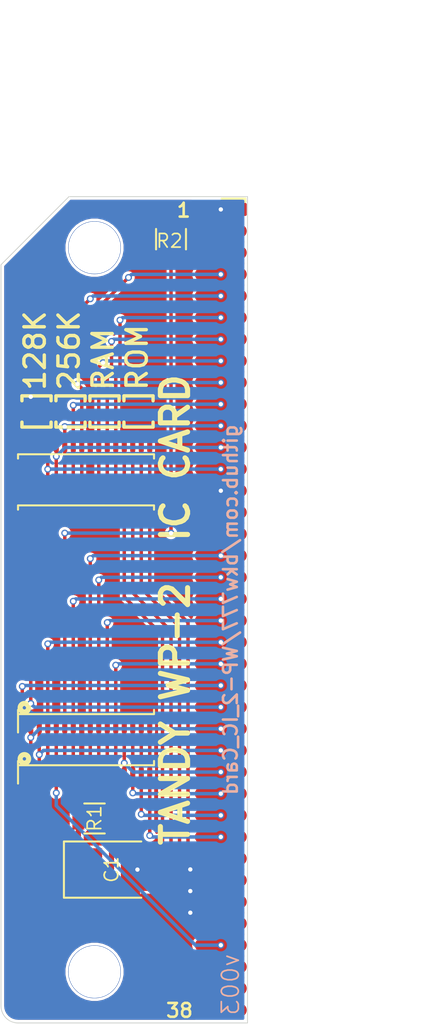
<source format=kicad_pcb>
(kicad_pcb (version 20171130) (host pcbnew 5.1.6-c6e7f7d~87~ubuntu20.04.1)

  (general
    (thickness 0.8)
    (drawings 15)
    (tracks 193)
    (zones 0)
    (modules 8)
    (nets 35)
  )

  (page USLetter)
  (title_block
    (title "WP-2 128K RAM IC-Card")
    (date 2020-09-26)
    (company "Brian K. White - b.kenyon.w@gmail.com")
  )

  (layers
    (0 F.Cu signal)
    (31 B.Cu signal)
    (33 F.Adhes user)
    (35 F.Paste user)
    (36 B.SilkS user)
    (37 F.SilkS user)
    (38 B.Mask user)
    (39 F.Mask user)
    (40 Dwgs.User user)
    (41 Cmts.User user hide)
    (42 Eco1.User user hide)
    (43 Eco2.User user hide)
    (44 Edge.Cuts user)
    (45 Margin user hide)
    (46 B.CrtYd user hide)
    (47 F.CrtYd user hide)
    (49 F.Fab user hide)
  )

  (setup
    (last_trace_width 0.254)
    (user_trace_width 0.1524)
    (user_trace_width 0.1778)
    (user_trace_width 0.2032)
    (user_trace_width 0.3048)
    (user_trace_width 0.508)
    (trace_clearance 0.1524)
    (zone_clearance 0.16)
    (zone_45_only no)
    (trace_min 0.1524)
    (via_size 0.4064)
    (via_drill 0.254)
    (via_min_size 0.4064)
    (via_min_drill 0.254)
    (uvia_size 0.4064)
    (uvia_drill 0.254)
    (uvias_allowed no)
    (uvia_min_size 0.4064)
    (uvia_min_drill 0.254)
    (edge_width 0.05)
    (segment_width 0.2)
    (pcb_text_width 0.3)
    (pcb_text_size 1.5 1.5)
    (mod_edge_width 0.12)
    (mod_text_size 1 1)
    (mod_text_width 0.15)
    (pad_size 0.3 1)
    (pad_drill 0)
    (pad_to_mask_clearance 0)
    (aux_axis_origin 158.75 99.695)
    (grid_origin 158.75 99.695)
    (visible_elements FFFFFF7F)
    (pcbplotparams
      (layerselection 0x010f0_ffffffff)
      (usegerberextensions false)
      (usegerberattributes true)
      (usegerberadvancedattributes true)
      (creategerberjobfile true)
      (excludeedgelayer true)
      (linewidth 0.100000)
      (plotframeref false)
      (viasonmask false)
      (mode 1)
      (useauxorigin false)
      (hpglpennumber 1)
      (hpglpenspeed 20)
      (hpglpendiameter 15.000000)
      (psnegative false)
      (psa4output false)
      (plotreference true)
      (plotvalue true)
      (plotinvisibletext false)
      (padsonsilk false)
      (subtractmaskfromsilk false)
      (outputformat 1)
      (mirror false)
      (drillshape 0)
      (scaleselection 1)
      (outputdirectory "WP-2_IC_Card_v003_GERBER"))
  )

  (net 0 "")
  (net 1 GND)
  (net 2 /CE2)
  (net 3 /~CE1)
  (net 4 /~OE)
  (net 5 /D0)
  (net 6 /D1)
  (net 7 /D2)
  (net 8 /D3)
  (net 9 /D4)
  (net 10 /D5)
  (net 11 /D6)
  (net 12 /D7)
  (net 13 /A16)
  (net 14 /A15)
  (net 15 /A14)
  (net 16 /A13)
  (net 17 /A12)
  (net 18 /A11)
  (net 19 /A10)
  (net 20 /A9)
  (net 21 /A8)
  (net 22 /A7)
  (net 23 /A6)
  (net 24 /A5)
  (net 25 /A4)
  (net 26 /A3)
  (net 27 /A2)
  (net 28 /A1)
  (net 29 /A0)
  (net 30 /R~W)
  (net 31 VDD)
  (net 32 /~DET)
  (net 33 "Net-(C1-Pad1)")
  (net 34 /A17)

  (net_class Default "This is the default net class."
    (clearance 0.1524)
    (trace_width 0.254)
    (via_dia 0.4064)
    (via_drill 0.254)
    (uvia_dia 0.4064)
    (uvia_drill 0.254)
    (diff_pair_width 0.1524)
    (diff_pair_gap 0.2032)
    (add_net /A0)
    (add_net /A1)
    (add_net /A10)
    (add_net /A11)
    (add_net /A12)
    (add_net /A13)
    (add_net /A14)
    (add_net /A15)
    (add_net /A16)
    (add_net /A17)
    (add_net /A2)
    (add_net /A3)
    (add_net /A4)
    (add_net /A5)
    (add_net /A6)
    (add_net /A7)
    (add_net /A8)
    (add_net /A9)
    (add_net /CE2)
    (add_net /D0)
    (add_net /D1)
    (add_net /D2)
    (add_net /D3)
    (add_net /D4)
    (add_net /D5)
    (add_net /D6)
    (add_net /D7)
    (add_net /R~W)
    (add_net /~CE1)
    (add_net /~DET)
    (add_net /~OE)
    (add_net GND)
    (add_net "Net-(C1-Pad1)")
    (add_net VDD)
  )

  (module 0_LOCAL:WP-2_IC_Card_Carrier_v003 (layer F.Cu) (tedit 5F7C3C55) (tstamp 5F76679F)
    (at 158.75 99.695)
    (attr virtual)
    (fp_text reference Carrier (at 0 -2 270) (layer Dwgs.User) hide
      (effects (font (size 4 4) (thickness 0.12)))
    )
    (fp_text value WP-2_IC_Card_Carrier_v003 (at 0 2 270) (layer F.Fab) hide
      (effects (font (size 4 4) (thickness 0.01)))
    )
    (fp_arc (start -4 22.5) (end -4 23.5) (angle -90) (layer Dwgs.User) (width 0.12))
    (fp_arc (start -5.5 22.5) (end -6.5 22.5) (angle -90) (layer Dwgs.User) (width 0.12))
    (fp_arc (start -12.75 17.75) (end -13.75 17.75) (angle -90) (layer Dwgs.User) (width 0.12))
    (fp_arc (start -4 -22.5) (end -3 -22.5) (angle -90) (layer Dwgs.User) (width 0.12))
    (fp_arc (start -5.5 -22.5) (end -5.5 -23.5) (angle -90) (layer Dwgs.User) (width 0.12))
    (fp_arc (start -12.75 -17.75) (end -12.75 -18.75) (angle -90) (layer Dwgs.User) (width 0.12))
    (fp_arc (start -9 -21.25) (end -9 -18.75) (angle -90) (layer Dwgs.User) (width 0.12))
    (fp_arc (start -9 21.25) (end -6.5 21.25) (angle -90) (layer Dwgs.User) (width 0.12))
    (fp_line (start -3 22.5) (end -3 -22.5) (layer Dwgs.User) (width 0.12))
    (fp_line (start -13.75 -17.75) (end -13.75 17.75) (layer Dwgs.User) (width 0.12))
    (fp_line (start -5.5 23.5) (end -4 23.5) (layer Dwgs.User) (width 0.12))
    (fp_line (start 0 24.25) (end 0 -24.25) (layer Dwgs.User) (width 0.12))
    (fp_line (start -4 -23.5) (end -5.5 -23.5) (layer Dwgs.User) (width 0.12))
    (fp_line (start -12.75 -18.75) (end -9 -18.75) (layer Dwgs.User) (width 0.12))
    (fp_line (start -6.5 -22.5) (end -6.5 -21.25) (layer Dwgs.User) (width 0.12))
    (fp_line (start -6.5 22.5) (end -6.5 21.25) (layer Dwgs.User) (width 0.12))
    (fp_line (start -9 18.75) (end -12.75 18.75) (layer Dwgs.User) (width 0.12))
    (fp_line (start 0 24.25) (end -14.5 24.25) (layer Dwgs.User) (width 0.12))
    (fp_line (start -14.5 24.25) (end -14.5 -20.25) (layer Dwgs.User) (width 0.12))
    (fp_line (start -10.5 -24.25) (end 0 -24.25) (layer Dwgs.User) (width 0.12))
    (fp_line (start -14.5 -20.25) (end -10.5 -24.25) (layer Dwgs.User) (width 0.12))
    (pad "" np_thru_hole circle (at -9 21.25 180) (size 3.1 3.1) (drill 3.05) (layers *.Cu *.Mask))
    (pad "" np_thru_hole circle (at -9 -21.25 180) (size 3.1 3.1) (drill 3.05) (layers *.Cu *.Mask))
    (model /home/bkw/src/WP-2_IC_Card/Carrier/WP-2_IC_Card_Carrier_v003-g.step_x
      (offset (xyz 6 27 1.6))
      (scale (xyz 1 1 1))
      (rotate (xyz 0 180 -90))
    )
    (model /home/bkw/src/WP-2_IC_Card/Carrier/WP-2_IC_Card_Carrier_v003-s.step
      (offset (xyz 0 0 1.85))
      (scale (xyz 1 1 1))
      (rotate (xyz 180 0 90))
    )
  )

  (module 0_LOCAL:PinSocket_1x38x1.27_edge_s (layer F.Cu) (tedit 5F7C31EE) (tstamp 5F74043C)
    (at 158.75 99.695)
    (descr "Through hole straight socket strip, 1x38, 1.27mm pitch, single row")
    (tags "Through hole socket strip THT 1x38 1.27mm single row")
    (path /5F6EF0A3)
    (attr smd)
    (fp_text reference J1 (at -2.8956 4.4196 -90) (layer F.SilkS) hide
      (effects (font (size 1 1) (thickness 0.15)))
    )
    (fp_text value Conn_01x38_Female (at -2.921 23.114 -90) (layer F.Fab)
      (effects (font (size 1 1) (thickness 0.15)))
    )
    (fp_text user "pins 6.0mm" (at 9.8425 -20.574 -90) (layer F.Fab)
      (effects (font (size 0.5 0.5) (thickness 0.05)))
    )
    (fp_text user "Height 8.5mm, Bottom 2.5mm" (at 7.112 -30.0355 -90) (layer F.Fab)
      (effects (font (size 0.5 0.5) (thickness 0.05)))
    )
    (fp_text user "samtec header" (at 8.001 -28.956 -90) (layer F.Fab)
      (effects (font (size 0.5 0.5) (thickness 0.05)))
    )
    (fp_text user "Height 4.4mm, Bottom 0mm" (at 3.2385 -29.718 -90) (layer F.Fab)
      (effects (font (size 0.5 0.5) (thickness 0.05)))
    )
    (fp_text user "generic header" (at 4.1275 -28.956 -90) (layer F.Fab)
      (effects (font (size 0.5 0.5) (thickness 0.05)))
    )
    (fp_text user %R (at 0 -1.695) (layer F.Fab) hide
      (effects (font (size 1 1) (thickness 0.15)))
    )
    (fp_line (start 0 24.13) (end 0 -24.13) (layer F.Fab) (width 0.08))
    (fp_line (start 4.3815 24.13) (end 0 24.13) (layer F.Fab) (width 0.08))
    (fp_line (start 4.3815 -24.13) (end 4.3815 24.13) (layer F.Fab) (width 0.08))
    (fp_line (start 0 -24.13) (end 4.3815 -24.13) (layer F.Fab) (width 0.08))
    (fp_line (start 7.9375 -25.4) (end 7.9375 -26.035) (layer F.Fab) (width 0.08))
    (fp_line (start 8.255 -24.257) (end 8.0645 -24.4475) (layer F.Fab) (width 0.08))
    (fp_line (start 7.62 -25.4) (end 8.255 -25.4) (layer F.Fab) (width 0.08))
    (fp_line (start 8.255 -24.257) (end 8.4455 -24.4475) (layer F.Fab) (width 0.08))
    (fp_line (start 8.255 -25.4) (end 7.9375 -25.4) (layer F.Fab) (width 0.08))
    (fp_line (start 8.255 -24.257) (end 8.255 -25.4) (layer F.Fab) (width 0.08))
    (fp_line (start 7.62 -18.8595) (end 7.62 -25.4) (layer F.Fab) (width 0.08))
    (fp_line (start 7.62 -18.8595) (end 7.4295 -19.05) (layer F.Fab) (width 0.08))
    (fp_line (start 7.62 -18.8595) (end 7.8105 -19.05) (layer F.Fab) (width 0.08))
    (fp_line (start 4.064 -25.4) (end 4.064 -26.035) (layer F.Fab) (width 0.08))
    (fp_line (start 4.3815 -25.4) (end 4.064 -25.4) (layer F.Fab) (width 0.08))
    (fp_line (start 3.7465 -25.4) (end 4.3815 -25.4) (layer F.Fab) (width 0.08))
    (fp_line (start 4.3815 -24.257) (end 4.3815 -25.4) (layer F.Fab) (width 0.08))
    (fp_line (start 4.3815 -24.257) (end 4.191 -24.4475) (layer F.Fab) (width 0.08))
    (fp_line (start 4.3815 -24.257) (end 4.572 -24.4475) (layer F.Fab) (width 0.08))
    (fp_line (start 3.7465 -22.6695) (end 3.937 -22.86) (layer F.Fab) (width 0.08))
    (fp_line (start 3.7465 -22.6695) (end 3.556 -22.86) (layer F.Fab) (width 0.08))
    (fp_line (start 3.7465 -22.6695) (end 3.7465 -25.4) (layer F.Fab) (width 0.08))
    (fp_line (start 8.636 -18.0975) (end 8.636 -18.7325) (layer F.Fab) (width 0.08))
    (fp_line (start 2.6035 -18.288) (end 2.6035 -18.542) (layer F.Fab) (width 0.08))
    (fp_line (start 2.794 -18.0975) (end 8.636 -18.0975) (layer F.Fab) (width 0.08))
    (fp_line (start 2.794 -18.7325) (end 2.6035 -18.542) (layer F.Fab) (width 0.08))
    (fp_line (start 2.794 -18.7325) (end 8.636 -18.7325) (layer F.Fab) (width 0.08))
    (fp_line (start 2.794 -18.0975) (end 2.6035 -18.288) (layer F.Fab) (width 0.08))
    (fp_line (start 6.0325 -22.5425) (end 6.0325 -21.9075) (layer F.Fab) (width 0.08))
    (fp_line (start 0 -22.352) (end 0 -22.098) (layer F.Fab) (width 0.08))
    (fp_line (start 0.1905 -22.5425) (end 0 -22.352) (layer F.Fab) (width 0.08))
    (fp_line (start 0.1905 -21.9075) (end 0 -22.098) (layer F.Fab) (width 0.08))
    (fp_line (start 0.1905 -21.9075) (end 6.0325 -21.9075) (layer F.Fab) (width 0.08))
    (fp_line (start 0.1905 -22.5425) (end 6.0325 -22.5425) (layer F.Fab) (width 0.08))
    (fp_line (start 8.509 24.13) (end 5.08 24.13) (layer F.Fab) (width 0.08))
    (fp_line (start 8.509 -24.13) (end 8.509 24.13) (layer F.Fab) (width 0.08))
    (fp_line (start 5.08 -24.13) (end 8.509 -24.13) (layer F.Fab) (width 0.08))
    (fp_line (start -0.127 -24.13) (end -0.127 -23.9395) (layer F.SilkS) (width 0.12))
    (fp_line (start -1.524 -24.13) (end -0.127 -24.13) (layer F.SilkS) (width 0.12))
    (pad 1 smd roundrect (at -1.57 -23.495) (size 3.048 0.762) (layers F.Cu F.Paste F.Mask) (roundrect_rratio 0.1)
      (net 1 GND))
    (pad 2 smd oval (at -1.57 -22.225) (size 3.048 0.762) (layers F.Cu F.Paste F.Mask)
      (net 32 /~DET))
    (pad 3 smd oval (at -1.57 -20.955) (size 3.048 0.762) (layers F.Cu F.Paste F.Mask)
      (net 2 /CE2))
    (pad 4 smd oval (at -1.57 -19.685) (size 3.048 0.762) (layers F.Cu F.Paste F.Mask)
      (net 3 /~CE1))
    (pad 5 smd oval (at -1.57 -18.415) (size 3.048 0.762) (layers F.Cu F.Paste F.Mask)
      (net 4 /~OE))
    (pad 6 smd oval (at -1.57 -17.145) (size 3.048 0.762) (layers F.Cu F.Paste F.Mask)
      (net 5 /D0))
    (pad 7 smd oval (at -1.57 -15.875) (size 3.048 0.762) (layers F.Cu F.Paste F.Mask)
      (net 6 /D1))
    (pad 8 smd oval (at -1.57 -14.605) (size 3.048 0.762) (layers F.Cu F.Paste F.Mask)
      (net 7 /D2))
    (pad 9 smd oval (at -1.57 -13.335) (size 3.048 0.762) (layers F.Cu F.Paste F.Mask)
      (net 8 /D3))
    (pad 10 smd oval (at -1.57 -12.065) (size 3.048 0.762) (layers F.Cu F.Paste F.Mask)
      (net 9 /D4))
    (pad 11 smd oval (at -1.57 -10.795) (size 3.048 0.762) (layers F.Cu F.Paste F.Mask)
      (net 10 /D5))
    (pad 12 smd oval (at -1.57 -9.525) (size 3.048 0.762) (layers F.Cu F.Paste F.Mask)
      (net 11 /D6))
    (pad 13 smd oval (at -1.57 -8.255) (size 3.048 0.762) (layers F.Cu F.Paste F.Mask)
      (net 12 /D7))
    (pad 14 smd oval (at -1.57 -6.985) (size 3.048 0.762) (layers F.Cu F.Paste F.Mask)
      (net 1 GND))
    (pad 15 smd oval (at -1.57 -5.715) (size 3.048 0.762) (layers F.Cu F.Paste F.Mask))
    (pad 16 smd oval (at -1.57 -4.445) (size 3.048 0.762) (layers F.Cu F.Paste F.Mask))
    (pad 17 smd oval (at -1.57 -3.175) (size 3.048 0.762) (layers F.Cu F.Paste F.Mask)
      (net 34 /A17))
    (pad 18 smd oval (at -1.57 -1.905) (size 3.048 0.762) (layers F.Cu F.Paste F.Mask)
      (net 13 /A16))
    (pad 19 smd oval (at -1.57 -0.635) (size 3.048 0.762) (layers F.Cu F.Paste F.Mask)
      (net 14 /A15))
    (pad 20 smd oval (at -1.57 0.635) (size 3.048 0.762) (layers F.Cu F.Paste F.Mask)
      (net 15 /A14))
    (pad 21 smd oval (at -1.57 1.905) (size 3.048 0.762) (layers F.Cu F.Paste F.Mask)
      (net 16 /A13))
    (pad 22 smd oval (at -1.57 3.175) (size 3.048 0.762) (layers F.Cu F.Paste F.Mask)
      (net 17 /A12))
    (pad 23 smd oval (at -1.57 4.445) (size 3.048 0.762) (layers F.Cu F.Paste F.Mask)
      (net 18 /A11))
    (pad 24 smd oval (at -1.57 5.715) (size 3.048 0.762) (layers F.Cu F.Paste F.Mask)
      (net 19 /A10))
    (pad 25 smd oval (at -1.57 6.985) (size 3.048 0.762) (layers F.Cu F.Paste F.Mask)
      (net 20 /A9))
    (pad 26 smd oval (at -1.57 8.255) (size 3.048 0.762) (layers F.Cu F.Paste F.Mask)
      (net 21 /A8))
    (pad 27 smd oval (at -1.57 9.525) (size 3.048 0.762) (layers F.Cu F.Paste F.Mask)
      (net 22 /A7))
    (pad 28 smd oval (at -1.57 10.795) (size 3.048 0.762) (layers F.Cu F.Paste F.Mask)
      (net 23 /A6))
    (pad 29 smd oval (at -1.57 12.065) (size 3.048 0.762) (layers F.Cu F.Paste F.Mask)
      (net 24 /A5))
    (pad 30 smd oval (at -1.57 13.335) (size 3.048 0.762) (layers F.Cu F.Paste F.Mask)
      (net 25 /A4))
    (pad 31 smd oval (at -1.57 14.605) (size 3.048 0.762) (layers F.Cu F.Paste F.Mask)
      (net 26 /A3))
    (pad 32 smd oval (at -1.57 15.875) (size 3.048 0.762) (layers F.Cu F.Paste F.Mask)
      (net 27 /A2))
    (pad 33 smd oval (at -1.57 17.145) (size 3.048 0.762) (layers F.Cu F.Paste F.Mask)
      (net 28 /A1))
    (pad 34 smd oval (at -1.57 18.415) (size 3.048 0.762) (layers F.Cu F.Paste F.Mask)
      (net 29 /A0))
    (pad 35 smd oval (at -1.57 19.685) (size 3.048 0.762) (layers F.Cu F.Paste F.Mask)
      (net 30 /R~W))
    (pad 36 smd oval (at -1.57 20.955) (size 3.048 0.762) (layers F.Cu F.Paste F.Mask))
    (pad 37 smd oval (at -1.57 22.225) (size 3.048 0.762) (layers F.Cu F.Paste F.Mask))
    (pad 38 smd oval (at -1.57 23.495) (size 3.048 0.762) (layers F.Cu F.Paste F.Mask)
      (net 31 VDD))
    (model ${KIPRJMOD}/3d/PinSocket_1x38_P1.27mm_Vertical.step_x
      (offset (xyz 0 23.495 0.1))
      (scale (xyz 1 1 1))
      (rotate (xyz 0 -90 0))
    )
    (model ${KIPRJMOD}/3d/SMS-138-01-x-x.step
      (offset (xyz 0 0 0.25))
      (scale (xyz 1 1 1))
      (rotate (xyz 0 0 90))
    )
  )

  (module 0_LOCAL:R_0805 (layer F.Cu) (tedit 5F75A133) (tstamp 5F752AD5)
    (at 154.25 77.945 270)
    (descr "Resistor SMD 0805, reflow soldering, Vishay (see dcrcw.pdf)")
    (tags "resistor 0805")
    (path /5F9FA366)
    (attr smd)
    (fp_text reference R2 (at 0.1 0.09) (layer F.SilkS)
      (effects (font (size 0.8 0.8) (thickness 0.1)))
    )
    (fp_text value 47K (at 0 1.75 90) (layer F.Fab)
      (effects (font (size 1 1) (thickness 0.15)))
    )
    (fp_line (start 1.55 0.9) (end -1.55 0.9) (layer F.CrtYd) (width 0.05))
    (fp_line (start 1.55 0.9) (end 1.55 -0.9) (layer F.CrtYd) (width 0.05))
    (fp_line (start -1.55 -0.9) (end -1.55 0.9) (layer F.CrtYd) (width 0.05))
    (fp_line (start -1.55 -0.9) (end 1.55 -0.9) (layer F.CrtYd) (width 0.05))
    (fp_line (start -0.6 -0.88) (end 0.6 -0.88) (layer F.SilkS) (width 0.12))
    (fp_line (start 0.6 0.88) (end -0.6 0.88) (layer F.SilkS) (width 0.12))
    (fp_line (start -1 -0.62) (end 1 -0.62) (layer F.Fab) (width 0.1))
    (fp_line (start 1 -0.62) (end 1 0.62) (layer F.Fab) (width 0.1))
    (fp_line (start 1 0.62) (end -1 0.62) (layer F.Fab) (width 0.1))
    (fp_line (start -1 0.62) (end -1 -0.62) (layer F.Fab) (width 0.1))
    (fp_text user %R (at 0 0 90) (layer F.Fab)
      (effects (font (size 0.5 0.5) (thickness 0.075)))
    )
    (pad 1 smd rect (at -0.95 0 270) (size 0.7 1.3) (layers F.Cu F.Paste F.Mask)
      (net 1 GND))
    (pad 2 smd rect (at 0.95 0 270) (size 0.7 1.3) (layers F.Cu F.Paste F.Mask)
      (net 2 /CE2))
    (model ${KIPRJMOD}/3d/R_0805_2012Metric.step
      (at (xyz 0 0 0))
      (scale (xyz 1 1 1))
      (rotate (xyz 0 0 0))
    )
  )

  (module 0_LOCAL:R_0805 (layer F.Cu) (tedit 5F75A133) (tstamp 5F752ACC)
    (at 149.75 111.945 180)
    (descr "Resistor SMD 0805, reflow soldering, Vishay (see dcrcw.pdf)")
    (tags "resistor 0805")
    (path /5F805237)
    (attr smd)
    (fp_text reference R1 (at 0 0 90) (layer F.SilkS)
      (effects (font (size 0.8 0.8) (thickness 0.1)))
    )
    (fp_text value 4.7K (at 0 1.75) (layer F.Fab)
      (effects (font (size 1 1) (thickness 0.15)))
    )
    (fp_line (start 1.55 0.9) (end -1.55 0.9) (layer F.CrtYd) (width 0.05))
    (fp_line (start 1.55 0.9) (end 1.55 -0.9) (layer F.CrtYd) (width 0.05))
    (fp_line (start -1.55 -0.9) (end -1.55 0.9) (layer F.CrtYd) (width 0.05))
    (fp_line (start -1.55 -0.9) (end 1.55 -0.9) (layer F.CrtYd) (width 0.05))
    (fp_line (start -0.6 -0.88) (end 0.6 -0.88) (layer F.SilkS) (width 0.12))
    (fp_line (start 0.6 0.88) (end -0.6 0.88) (layer F.SilkS) (width 0.12))
    (fp_line (start -1 -0.62) (end 1 -0.62) (layer F.Fab) (width 0.1))
    (fp_line (start 1 -0.62) (end 1 0.62) (layer F.Fab) (width 0.1))
    (fp_line (start 1 0.62) (end -1 0.62) (layer F.Fab) (width 0.1))
    (fp_line (start -1 0.62) (end -1 -0.62) (layer F.Fab) (width 0.1))
    (fp_text user %R (at 0 0) (layer F.Fab)
      (effects (font (size 0.5 0.5) (thickness 0.075)))
    )
    (pad 1 smd rect (at -0.95 0 180) (size 0.7 1.3) (layers F.Cu F.Paste F.Mask)
      (net 31 VDD))
    (pad 2 smd rect (at 0.95 0 180) (size 0.7 1.3) (layers F.Cu F.Paste F.Mask)
      (net 33 "Net-(C1-Pad1)"))
    (model ${KIPRJMOD}/3d/R_0805_2012Metric.step
      (at (xyz 0 0 0))
      (scale (xyz 1 1 1))
      (rotate (xyz 0 0 0))
    )
  )

  (module 0_LOCAL:CP_Tantalum_Case-B_EIA-3528-21_Reflow (layer F.Cu) (tedit 5F759FEC) (tstamp 5F75A301)
    (at 150.75 114.945)
    (descr "Tantalum capacitor, Case B, EIA 3528-21, 3.5x2.8x1.9mm, Reflow soldering footprint")
    (tags "capacitor tantalum smd")
    (path /5F7F0020)
    (attr smd)
    (fp_text reference C1 (at 0 0 90 unlocked) (layer F.SilkS)
      (effects (font (size 0.8 0.8) (thickness 0.1)))
    )
    (fp_text value 220uf (at 0 3.15 180) (layer F.Fab)
      (effects (font (size 1 1) (thickness 0.15)))
    )
    (fp_line (start -2.8 -1.65) (end -2.8 1.65) (layer F.SilkS) (width 0.12))
    (fp_line (start -2.8 1.65) (end 1.75 1.65) (layer F.SilkS) (width 0.12))
    (fp_line (start -2.8 -1.65) (end 1.75 -1.65) (layer F.SilkS) (width 0.12))
    (fp_line (start -1.225 -1.4) (end -1.225 1.4) (layer F.Fab) (width 0.1))
    (fp_line (start -1.4 -1.4) (end -1.4 1.4) (layer F.Fab) (width 0.1))
    (fp_line (start 1.75 -1.4) (end -1.75 -1.4) (layer F.Fab) (width 0.1))
    (fp_line (start 1.75 1.4) (end 1.75 -1.4) (layer F.Fab) (width 0.1))
    (fp_line (start -1.75 1.4) (end 1.75 1.4) (layer F.Fab) (width 0.1))
    (fp_line (start -1.75 -1.4) (end -1.75 1.4) (layer F.Fab) (width 0.1))
    (fp_line (start 2.85 -1.75) (end -2.85 -1.75) (layer F.CrtYd) (width 0.05))
    (fp_line (start 2.85 1.75) (end 2.85 -1.75) (layer F.CrtYd) (width 0.05))
    (fp_line (start -2.85 1.75) (end 2.85 1.75) (layer F.CrtYd) (width 0.05))
    (fp_line (start -2.85 -1.75) (end -2.85 1.75) (layer F.CrtYd) (width 0.05))
    (fp_text user %R (at 0 0 180) (layer F.Fab)
      (effects (font (size 0.8 0.8) (thickness 0.12)))
    )
    (pad 1 smd rect (at -1.525 0) (size 1.95 2.5) (layers F.Cu F.Paste F.Mask)
      (net 33 "Net-(C1-Pad1)"))
    (pad 2 smd rect (at 1.525 0) (size 1.95 2.5) (layers F.Cu F.Paste F.Mask)
      (net 1 GND))
    (model ${KIPRJMOD}/3d/TLNT_AVX.step
      (at (xyz 0 0 0))
      (scale (xyz 1 1 1))
      (rotate (xyz 0 0 0))
    )
  )

  (module 0_LOCAL:Net_Tie_2p_8mil (layer F.Cu) (tedit 5F70D483) (tstamp 5F712C2A)
    (at 157.05 76.835 270)
    (path /5F8923B3)
    (fp_text reference NT1 (at 0 1.016 90) (layer F.SilkS) hide
      (effects (font (size 0.508 0.508) (thickness 0.1016)))
    )
    (fp_text value Net-Tie_2 (at 0 -2 90) (layer F.Fab) hide
      (effects (font (size 1 1) (thickness 0.01)))
    )
    (fp_line (start -0.2032 0) (end 0.2032 0) (layer F.Cu) (width 0.2032))
    (pad 2 smd circle (at 0.2032 0 270) (size 0.2032 0.2032) (layers F.Cu)
      (net 32 /~DET))
    (pad 1 smd circle (at -0.2032 0 270) (size 0.2032 0.2032) (layers F.Cu)
      (net 1 GND))
  )

  (module 0_LOCAL:TSOP32-20mm (layer F.Cu) (tedit 5F70AFE8) (tstamp 5F755D97)
    (at 149.25 99.695)
    (descr "Module CMS TSOP 32 pins")
    (tags "CMS TSOP")
    (path /5F718069)
    (attr smd)
    (fp_text reference U1 (at 0.009 8.382 180) (layer F.SilkS) hide
      (effects (font (size 1 1) (thickness 0.15)))
    )
    (fp_text value "SRAM 128Kx8 5v Parallel" (at 0 5) (layer F.Fab)
      (effects (font (size 1 1) (thickness 0.15)))
    )
    (fp_line (start 4 -9.125) (end 4 -8.875) (layer F.SilkS) (width 0.12))
    (fp_line (start -4 -9.125) (end -4 -8.875) (layer F.SilkS) (width 0.12))
    (fp_line (start 4 9.125) (end 4 8.875) (layer F.SilkS) (width 0.12))
    (fp_line (start -4 10.2) (end -4 8.875) (layer F.SilkS) (width 0.12))
    (fp_line (start 4 -9.125) (end -4 -9.125) (layer F.SilkS) (width 0.12))
    (fp_line (start -4 9.125) (end 4 9.125) (layer F.SilkS) (width 0.12))
    (fp_circle (center -3.625 8.75) (end -3.525 8.75) (layer F.SilkS) (width 0.3))
    (fp_text user %R (at 0 0) (layer F.Fab)
      (effects (font (size 1 1) (thickness 0.15)))
    )
    (pad 1 smd roundrect (at -3.75 9.75) (size 0.3 1) (layers F.Cu F.Paste F.Mask) (roundrect_rratio 0.25)
      (net 18 /A11))
    (pad 2 smd roundrect (at -3.25 9.75) (size 0.3 1) (layers F.Cu F.Paste F.Mask) (roundrect_rratio 0.25)
      (net 20 /A9))
    (pad 3 smd roundrect (at -2.75 9.75) (size 0.3 1) (layers F.Cu F.Paste F.Mask) (roundrect_rratio 0.25)
      (net 21 /A8))
    (pad 4 smd roundrect (at -2.25 9.75) (size 0.3 1) (layers F.Cu F.Paste F.Mask) (roundrect_rratio 0.25)
      (net 16 /A13))
    (pad 5 smd roundrect (at -1.75 9.75) (size 0.3 1) (layers F.Cu F.Paste F.Mask) (roundrect_rratio 0.25)
      (net 30 /R~W))
    (pad 6 smd roundrect (at -1.25 9.75) (size 0.3 1) (layers F.Cu F.Paste F.Mask) (roundrect_rratio 0.25)
      (net 2 /CE2))
    (pad 7 smd roundrect (at -0.75 9.75) (size 0.3 1) (layers F.Cu F.Paste F.Mask) (roundrect_rratio 0.25)
      (net 14 /A15))
    (pad 8 smd roundrect (at -0.25 9.75) (size 0.3 1) (layers F.Cu F.Paste F.Mask) (roundrect_rratio 0.25)
      (net 31 VDD))
    (pad 9 smd roundrect (at 0.25 9.75) (size 0.3 1) (layers F.Cu F.Paste F.Mask) (roundrect_rratio 0.25)
      (net 34 /A17))
    (pad 10 smd roundrect (at 0.75 9.75) (size 0.3 1) (layers F.Cu F.Paste F.Mask) (roundrect_rratio 0.25)
      (net 13 /A16))
    (pad 11 smd roundrect (at 1.25 9.75) (size 0.3 1) (layers F.Cu F.Paste F.Mask) (roundrect_rratio 0.25)
      (net 15 /A14))
    (pad 12 smd roundrect (at 1.75 9.75) (size 0.3 1) (layers F.Cu F.Paste F.Mask) (roundrect_rratio 0.25)
      (net 17 /A12))
    (pad 13 smd roundrect (at 2.25 9.75) (size 0.3 1) (layers F.Cu F.Paste F.Mask) (roundrect_rratio 0.25)
      (net 22 /A7))
    (pad 14 smd roundrect (at 2.75 9.75) (size 0.3 1) (layers F.Cu F.Paste F.Mask) (roundrect_rratio 0.25)
      (net 23 /A6))
    (pad 15 smd roundrect (at 3.25 9.75) (size 0.3 1) (layers F.Cu F.Paste F.Mask) (roundrect_rratio 0.25)
      (net 24 /A5))
    (pad 16 smd roundrect (at 3.75 9.75) (size 0.3 1) (layers F.Cu F.Paste F.Mask) (roundrect_rratio 0.25)
      (net 25 /A4))
    (pad 17 smd roundrect (at 3.75 -9.75) (size 0.3 1) (layers F.Cu F.Paste F.Mask) (roundrect_rratio 0.25)
      (net 26 /A3))
    (pad 18 smd roundrect (at 3.25 -9.75) (size 0.3 1) (layers F.Cu F.Paste F.Mask) (roundrect_rratio 0.25)
      (net 27 /A2))
    (pad 19 smd roundrect (at 2.75 -9.75) (size 0.3 1) (layers F.Cu F.Paste F.Mask) (roundrect_rratio 0.25)
      (net 28 /A1))
    (pad 20 smd roundrect (at 2.25 -9.75) (size 0.3 1) (layers F.Cu F.Paste F.Mask) (roundrect_rratio 0.25)
      (net 29 /A0))
    (pad 21 smd roundrect (at 1.75 -9.75) (size 0.3 1) (layers F.Cu F.Paste F.Mask) (roundrect_rratio 0.25)
      (net 5 /D0))
    (pad 22 smd roundrect (at 1.25 -9.75) (size 0.3 1) (layers F.Cu F.Paste F.Mask) (roundrect_rratio 0.25)
      (net 6 /D1))
    (pad 23 smd roundrect (at 0.75 -9.75) (size 0.3 1) (layers F.Cu F.Paste F.Mask) (roundrect_rratio 0.25)
      (net 7 /D2))
    (pad 24 smd roundrect (at 0.25 -9.75) (size 0.3 1) (layers F.Cu F.Paste F.Mask) (roundrect_rratio 0.25)
      (net 1 GND))
    (pad 25 smd roundrect (at -0.25 -9.75) (size 0.3 1) (layers F.Cu F.Paste F.Mask) (roundrect_rratio 0.25)
      (net 8 /D3))
    (pad 26 smd roundrect (at -0.75 -9.75) (size 0.3 1) (layers F.Cu F.Paste F.Mask) (roundrect_rratio 0.25)
      (net 9 /D4))
    (pad 27 smd roundrect (at -1.25 -9.75) (size 0.3 1) (layers F.Cu F.Paste F.Mask) (roundrect_rratio 0.25)
      (net 10 /D5))
    (pad 28 smd roundrect (at -1.75 -9.75) (size 0.3 1) (layers F.Cu F.Paste F.Mask) (roundrect_rratio 0.25)
      (net 11 /D6))
    (pad 29 smd roundrect (at -2.25 -9.75) (size 0.3 1) (layers F.Cu F.Paste F.Mask) (roundrect_rratio 0.25)
      (net 12 /D7))
    (pad 30 smd roundrect (at -2.75 -9.75) (size 0.3 1) (layers F.Cu F.Paste F.Mask) (roundrect_rratio 0.25)
      (net 3 /~CE1))
    (pad 31 smd roundrect (at -3.25 -9.75) (size 0.3 1) (layers F.Cu F.Paste F.Mask) (roundrect_rratio 0.25)
      (net 19 /A10))
    (pad 32 smd roundrect (at -3.75 -9.75) (size 0.3 1) (layers F.Cu F.Paste F.Mask) (roundrect_rratio 0.25)
      (net 4 /~OE))
    (model ${KIPRJMOD}/3d/TSOP32_8X20.step
      (at (xyz 0 0 0))
      (scale (xyz 1 1 1))
      (rotate (xyz 0 0 -90))
    )
  )

  (module 0_LOCAL:TSOP32-14mm (layer F.Cu) (tedit 5F70AFD9) (tstamp 5F712C60)
    (at 149.25 99.695)
    (descr "Module CMS TSOP 32 pins")
    (tags "CMS TSOP")
    (path /5F906116)
    (attr smd)
    (fp_text reference U2 (at 0 5.334 180) (layer F.SilkS) hide
      (effects (font (size 1 1) (thickness 0.15)))
    )
    (fp_text value "SRAM 128Kx8 5v Parallel" (at 1.27 0 90) (layer F.Fab)
      (effects (font (size 1 1) (thickness 0.15)))
    )
    (fp_line (start 4 -6.125) (end 4 -5.875) (layer F.SilkS) (width 0.12))
    (fp_line (start -4 -6.125) (end -4 -5.875) (layer F.SilkS) (width 0.12))
    (fp_line (start 4 6.125) (end 4 5.875) (layer F.SilkS) (width 0.12))
    (fp_line (start -4 7.2) (end -4 5.875) (layer F.SilkS) (width 0.12))
    (fp_line (start 4 -6.125) (end -4 -6.125) (layer F.SilkS) (width 0.12))
    (fp_line (start -4 6.125) (end 4 6.125) (layer F.SilkS) (width 0.12))
    (fp_circle (center -3.625 5.75) (end -3.525 5.75) (layer F.SilkS) (width 0.3))
    (pad 1 smd roundrect (at -3.75 6.75) (size 0.3 1) (layers F.Cu F.Paste F.Mask) (roundrect_rratio 0.25)
      (net 18 /A11))
    (pad 2 smd roundrect (at -3.25 6.75) (size 0.3 1) (layers F.Cu F.Paste F.Mask) (roundrect_rratio 0.25)
      (net 20 /A9))
    (pad 3 smd roundrect (at -2.75 6.75) (size 0.3 1) (layers F.Cu F.Paste F.Mask) (roundrect_rratio 0.25)
      (net 21 /A8))
    (pad 4 smd roundrect (at -2.25 6.75) (size 0.3 1) (layers F.Cu F.Paste F.Mask) (roundrect_rratio 0.25)
      (net 16 /A13))
    (pad 5 smd roundrect (at -1.75 6.75) (size 0.3 1) (layers F.Cu F.Paste F.Mask) (roundrect_rratio 0.25)
      (net 30 /R~W))
    (pad 6 smd roundrect (at -1.25 6.75) (size 0.3 1) (layers F.Cu F.Paste F.Mask) (roundrect_rratio 0.25)
      (net 2 /CE2))
    (pad 7 smd roundrect (at -0.75 6.75) (size 0.3 1) (layers F.Cu F.Paste F.Mask) (roundrect_rratio 0.25)
      (net 14 /A15))
    (pad 8 smd roundrect (at -0.25 6.75) (size 0.3 1) (layers F.Cu F.Paste F.Mask) (roundrect_rratio 0.25)
      (net 31 VDD))
    (pad 9 smd roundrect (at 0.25 6.75) (size 0.3 1) (layers F.Cu F.Paste F.Mask) (roundrect_rratio 0.25)
      (net 34 /A17))
    (pad 10 smd roundrect (at 0.75 6.75) (size 0.3 1) (layers F.Cu F.Paste F.Mask) (roundrect_rratio 0.25)
      (net 13 /A16))
    (pad 11 smd roundrect (at 1.25 6.75) (size 0.3 1) (layers F.Cu F.Paste F.Mask) (roundrect_rratio 0.25)
      (net 15 /A14))
    (pad 12 smd roundrect (at 1.75 6.75) (size 0.3 1) (layers F.Cu F.Paste F.Mask) (roundrect_rratio 0.25)
      (net 17 /A12))
    (pad 13 smd roundrect (at 2.25 6.75) (size 0.3 1) (layers F.Cu F.Paste F.Mask) (roundrect_rratio 0.25)
      (net 22 /A7))
    (pad 14 smd roundrect (at 2.75 6.75) (size 0.3 1) (layers F.Cu F.Paste F.Mask) (roundrect_rratio 0.25)
      (net 23 /A6))
    (pad 15 smd roundrect (at 3.25 6.75) (size 0.3 1) (layers F.Cu F.Paste F.Mask) (roundrect_rratio 0.25)
      (net 24 /A5))
    (pad 16 smd roundrect (at 3.75 6.75) (size 0.3 1) (layers F.Cu F.Paste F.Mask) (roundrect_rratio 0.25)
      (net 25 /A4))
    (pad 17 smd roundrect (at 3.75 -6.75) (size 0.3 1) (layers F.Cu F.Paste F.Mask) (roundrect_rratio 0.25)
      (net 26 /A3))
    (pad 18 smd roundrect (at 3.25 -6.75) (size 0.3 1) (layers F.Cu F.Paste F.Mask) (roundrect_rratio 0.25)
      (net 27 /A2))
    (pad 19 smd roundrect (at 2.75 -6.75) (size 0.3 1) (layers F.Cu F.Paste F.Mask) (roundrect_rratio 0.25)
      (net 28 /A1))
    (pad 20 smd roundrect (at 2.25 -6.75) (size 0.3 1) (layers F.Cu F.Paste F.Mask) (roundrect_rratio 0.25)
      (net 29 /A0))
    (pad 21 smd roundrect (at 1.75 -6.75) (size 0.3 1) (layers F.Cu F.Paste F.Mask) (roundrect_rratio 0.25)
      (net 5 /D0))
    (pad 22 smd roundrect (at 1.25 -6.75) (size 0.3 1) (layers F.Cu F.Paste F.Mask) (roundrect_rratio 0.25)
      (net 6 /D1))
    (pad 23 smd roundrect (at 0.75 -6.75) (size 0.3 1) (layers F.Cu F.Paste F.Mask) (roundrect_rratio 0.25)
      (net 7 /D2))
    (pad 24 smd roundrect (at 0.25 -6.75) (size 0.3 1) (layers F.Cu F.Paste F.Mask) (roundrect_rratio 0.25)
      (net 1 GND))
    (pad 25 smd roundrect (at -0.25 -6.75) (size 0.3 1) (layers F.Cu F.Paste F.Mask) (roundrect_rratio 0.25)
      (net 8 /D3))
    (pad 26 smd roundrect (at -0.75 -6.75) (size 0.3 1) (layers F.Cu F.Paste F.Mask) (roundrect_rratio 0.25)
      (net 9 /D4))
    (pad 27 smd roundrect (at -1.25 -6.75) (size 0.3 1) (layers F.Cu F.Paste F.Mask) (roundrect_rratio 0.25)
      (net 10 /D5))
    (pad 28 smd roundrect (at -1.75 -6.75) (size 0.3 1) (layers F.Cu F.Paste F.Mask) (roundrect_rratio 0.25)
      (net 11 /D6))
    (pad 29 smd roundrect (at -2.25 -6.75) (size 0.3 1) (layers F.Cu F.Paste F.Mask) (roundrect_rratio 0.25)
      (net 12 /D7))
    (pad 30 smd roundrect (at -2.75 -6.75) (size 0.3 1) (layers F.Cu F.Paste F.Mask) (roundrect_rratio 0.25)
      (net 3 /~CE1))
    (pad 31 smd roundrect (at -3.25 -6.75) (size 0.3 1) (layers F.Cu F.Paste F.Mask) (roundrect_rratio 0.25)
      (net 19 /A10))
    (pad 32 smd roundrect (at -3.75 -6.75) (size 0.3 1) (layers F.Cu F.Paste F.Mask) (roundrect_rratio 0.25)
      (net 4 /~OE))
    (model ${KIPRJMOD}/3d/TSOP32_8x14.step_x
      (at (xyz 0 0 0))
      (scale (xyz 1 1 1))
      (rotate (xyz 0 0 -90))
    )
  )

  (gr_text "[ ]RAM" (at 150.25 89.445 -270) (layer F.SilkS) (tstamp 5F7BB51F)
    (effects (font (size 1.2 1.2) (thickness 0.2)) (justify left))
  )
  (gr_text "[ ]ROM" (at 152.25 89.445 -270) (layer F.SilkS) (tstamp 5F7BB521)
    (effects (font (size 1.2 1.2) (thickness 0.2)) (justify left))
  )
  (gr_text "[ ]256K" (at 148.25 89.445 -270) (layer F.SilkS) (tstamp 5F7BB51D)
    (effects (font (size 1.2 1.2) (thickness 0.2)) (justify left))
  )
  (gr_text "[ ]128K" (at 146.25 89.445 -270) (layer F.SilkS) (tstamp 5F7BB36B)
    (effects (font (size 1.2 1.2) (thickness 0.2)) (justify left))
  )
  (gr_arc (start 145.25 122.945) (end 144.25 122.945) (angle -90) (layer Edge.Cuts) (width 0.05))
  (gr_line (start 144.25 79.445) (end 148.25 75.445) (layer Edge.Cuts) (width 0.05))
  (gr_line (start 158.75 123.945) (end 158.75 75.445) (layer Edge.Cuts) (width 0.05) (tstamp 5F759583))
  (gr_line (start 145.25 123.945) (end 158.75 123.945) (layer Edge.Cuts) (width 0.05))
  (gr_line (start 144.25 79.445) (end 144.25 122.945) (layer Edge.Cuts) (width 0.05))
  (gr_line (start 158.75 75.445) (end 148.25 75.445) (layer Edge.Cuts) (width 0.05))
  (gr_text v003 (at 157.75 121.695 -270) (layer B.SilkS)
    (effects (font (size 1 1) (thickness 0.1)) (justify mirror))
  )
  (gr_text 38 (at 154.75 123.2154) (layer F.SilkS) (tstamp 5F712A00)
    (effects (font (size 0.8128 0.8128) (thickness 0.1524)))
  )
  (gr_text 1 (at 154.9948 76.2508) (layer F.SilkS) (tstamp 5F7129FD)
    (effects (font (size 0.8128 0.8128) (thickness 0.1524)))
  )
  (gr_text github.com/bkw777/WP-2_IC_Card (at 157.75 99.695 -270) (layer B.SilkS) (tstamp 5F7129FA)
    (effects (font (size 0.8128 0.8128) (thickness 0.1524)) (justify mirror))
  )
  (gr_text "TANDY WP-2  IC CARD" (at 154.5 99.695 -270) (layer F.SilkS) (tstamp 5F7129F7)
    (effects (font (size 1.6 1.6) (thickness 0.3)))
  )

  (via (at 155.3845 117.475) (size 0.4064) (drill 0.254) (layers F.Cu B.Cu) (net 1))
  (via (at 155.3845 116.205) (size 0.4064) (drill 0.254) (layers F.Cu B.Cu) (net 1))
  (via (at 155.3845 114.935) (size 0.4064) (drill 0.254) (layers F.Cu B.Cu) (net 1))
  (via (at 146 87.195) (size 0.4064) (drill 0.254) (layers F.Cu B.Cu) (net 1))
  (segment (start 157.05 76.33) (end 157.18 76.2) (width 0.2032) (layer F.Cu) (net 1))
  (segment (start 157.05 76.6318) (end 157.05 76.33) (width 0.2032) (layer F.Cu) (net 1))
  (via (at 157.18 92.71) (size 0.4064) (drill 0.254) (layers F.Cu B.Cu) (net 1))
  (segment (start 154.45 76.995) (end 154.25 76.995) (width 0.3048) (layer F.Cu) (net 1))
  (via (at 157.18 76.2) (size 0.4064) (drill 0.254) (layers F.Cu B.Cu) (net 1))
  (segment (start 154.25 76.995) (end 153.95 76.995) (width 0.3048) (layer F.Cu) (net 1))
  (via (at 152.275 114.945) (size 0.4064) (drill 0.254) (layers F.Cu B.Cu) (net 1))
  (segment (start 154.405 78.74) (end 157.18 78.74) (width 0.2032) (layer F.Cu) (net 2))
  (segment (start 154.25 78.895) (end 154.405 78.74) (width 0.2032) (layer F.Cu) (net 2))
  (segment (start 154.25 95.195) (end 154.25 78.895) (width 0.2032) (layer F.Cu) (net 2))
  (via (at 154.25 95.195) (size 0.4064) (drill 0.254) (layers F.Cu B.Cu) (net 2))
  (segment (start 148 95.195) (end 154.25 95.195) (width 0.2032) (layer B.Cu) (net 2))
  (via (at 148 95.195) (size 0.4064) (drill 0.254) (layers F.Cu B.Cu) (net 2))
  (segment (start 148 95.195) (end 148 109.445) (width 0.2032) (layer F.Cu) (net 2))
  (via (at 157.18 80.01) (size 0.4064) (drill 0.254) (layers F.Cu B.Cu) (net 3))
  (segment (start 151.935 80.01) (end 157.18 80.01) (width 0.2032) (layer B.Cu) (net 3))
  (segment (start 151.75 80.195) (end 151.935 80.01) (width 0.2032) (layer B.Cu) (net 3))
  (via (at 151.75 80.195) (size 0.4064) (drill 0.254) (layers F.Cu B.Cu) (net 3))
  (segment (start 146.5 85.445) (end 146.5 92.945) (width 0.2032) (layer F.Cu) (net 3))
  (segment (start 151.75 80.195) (end 146.5 85.445) (width 0.2032) (layer F.Cu) (net 3))
  (via (at 157.18 81.28) (size 0.4064) (drill 0.254) (layers F.Cu B.Cu) (net 4))
  (segment (start 149.665 81.28) (end 157.18 81.28) (width 0.2032) (layer B.Cu) (net 4))
  (segment (start 149.5 81.445) (end 149.665 81.28) (width 0.2032) (layer B.Cu) (net 4))
  (via (at 149.5 81.445) (size 0.4064) (drill 0.254) (layers F.Cu B.Cu) (net 4))
  (segment (start 145.5 85.445) (end 145.5 92.945) (width 0.2032) (layer F.Cu) (net 4))
  (segment (start 149.5 81.445) (end 145.5 85.445) (width 0.2032) (layer F.Cu) (net 4))
  (via (at 157.18 82.55) (size 0.4064) (drill 0.254) (layers F.Cu B.Cu) (net 5))
  (segment (start 151.395 82.55) (end 157.18 82.55) (width 0.2032) (layer B.Cu) (net 5))
  (segment (start 151.25 82.695) (end 151.395 82.55) (width 0.2032) (layer B.Cu) (net 5))
  (via (at 151.25 82.695) (size 0.4064) (drill 0.254) (layers F.Cu B.Cu) (net 5))
  (segment (start 151 87.82) (end 151 92.945) (width 0.2032) (layer F.Cu) (net 5))
  (segment (start 151 85.945) (end 151 87.82) (width 0.2032) (layer F.Cu) (net 5))
  (segment (start 151.25 85.695) (end 151 85.945) (width 0.2032) (layer F.Cu) (net 5))
  (segment (start 151.25 82.695) (end 151.25 85.695) (width 0.2032) (layer F.Cu) (net 5))
  (via (at 157.18 83.82) (size 0.4064) (drill 0.254) (layers F.Cu B.Cu) (net 6))
  (segment (start 150.75 83.945) (end 150.875 83.82) (width 0.2032) (layer B.Cu) (net 6))
  (segment (start 150.875 83.82) (end 157.18 83.82) (width 0.2032) (layer B.Cu) (net 6))
  (via (at 150.75 83.945) (size 0.4064) (drill 0.254) (layers F.Cu B.Cu) (net 6))
  (segment (start 150.5 85.695) (end 150.5 92.945) (width 0.2032) (layer F.Cu) (net 6))
  (segment (start 150.75 85.445) (end 150.5 85.695) (width 0.2032) (layer F.Cu) (net 6))
  (segment (start 150.75 83.945) (end 150.75 85.445) (width 0.2032) (layer F.Cu) (net 6))
  (via (at 157.18 85.09) (size 0.4064) (drill 0.254) (layers F.Cu B.Cu) (net 7))
  (segment (start 150 85.445) (end 150 92.945) (width 0.2032) (layer F.Cu) (net 7))
  (segment (start 150.25 85.195) (end 150 85.445) (width 0.2032) (layer F.Cu) (net 7))
  (segment (start 150.355 85.09) (end 157.18 85.09) (width 0.2032) (layer B.Cu) (net 7))
  (segment (start 150.25 85.195) (end 150.355 85.09) (width 0.2032) (layer B.Cu) (net 7))
  (via (at 150.25 85.195) (size 0.4064) (drill 0.254) (layers F.Cu B.Cu) (net 7))
  (via (at 157.18 86.36) (size 0.4064) (drill 0.254) (layers F.Cu B.Cu) (net 8))
  (segment (start 148.75 86.445) (end 149 86.695) (width 0.2032) (layer F.Cu) (net 8))
  (segment (start 148.835 86.36) (end 157.18 86.36) (width 0.2032) (layer B.Cu) (net 8))
  (segment (start 148.75 86.445) (end 148.835 86.36) (width 0.2032) (layer B.Cu) (net 8))
  (segment (start 149 86.695) (end 149 92.945) (width 0.2032) (layer F.Cu) (net 8))
  (via (at 148.75 86.445) (size 0.4064) (drill 0.254) (layers F.Cu B.Cu) (net 8))
  (via (at 157.18 87.63) (size 0.4064) (drill 0.254) (layers F.Cu B.Cu) (net 9))
  (segment (start 148.565 87.63) (end 157.18 87.63) (width 0.2032) (layer B.Cu) (net 9))
  (segment (start 148.5 87.695) (end 148.565 87.63) (width 0.2032) (layer B.Cu) (net 9))
  (via (at 148.5 87.695) (size 0.4064) (drill 0.254) (layers F.Cu B.Cu) (net 9))
  (segment (start 148.5 87.695) (end 148.5 92.945) (width 0.2032) (layer F.Cu) (net 9))
  (via (at 157.18 88.9) (size 0.4064) (drill 0.254) (layers F.Cu B.Cu) (net 10))
  (segment (start 148.045 88.9) (end 157.18 88.9) (width 0.2032) (layer B.Cu) (net 10))
  (segment (start 148 88.945) (end 148.045 88.9) (width 0.2032) (layer B.Cu) (net 10))
  (via (at 148 88.945) (size 0.4064) (drill 0.254) (layers F.Cu B.Cu) (net 10))
  (segment (start 148 88.945) (end 148 92.945) (width 0.2032) (layer F.Cu) (net 10))
  (via (at 157.18 90.17) (size 0.4064) (drill 0.254) (layers F.Cu B.Cu) (net 11))
  (segment (start 148.025 90.17) (end 157.18 90.17) (width 0.2032) (layer B.Cu) (net 11))
  (segment (start 147.5 90.695) (end 148.025 90.17) (width 0.2032) (layer B.Cu) (net 11))
  (via (at 147.5 90.695) (size 0.4064) (drill 0.254) (layers F.Cu B.Cu) (net 11))
  (segment (start 147.5 90.695) (end 147.5 89.945) (width 0.2032) (layer F.Cu) (net 11))
  (segment (start 147.5 90.695) (end 147.5 92.945) (width 0.2032) (layer F.Cu) (net 11))
  (via (at 157.18 91.44) (size 0.4064) (drill 0.254) (layers F.Cu B.Cu) (net 12))
  (segment (start 147.005 91.44) (end 157.18 91.44) (width 0.2032) (layer B.Cu) (net 12))
  (segment (start 147 91.445) (end 147.005 91.44) (width 0.2032) (layer B.Cu) (net 12))
  (via (at 147 91.445) (size 0.4064) (drill 0.254) (layers F.Cu B.Cu) (net 12))
  (segment (start 147 91.445) (end 147 89.945) (width 0.2032) (layer F.Cu) (net 12))
  (segment (start 147 91.445) (end 147 92.945) (width 0.2032) (layer F.Cu) (net 12))
  (segment (start 157.23 97.79) (end 157.23 97.79) (width 0.254) (layer F.Cu) (net 13) (tstamp 5F712BA1))
  (via (at 157.18 97.79) (size 0.4064) (drill 0.254) (layers F.Cu B.Cu) (net 13))
  (segment (start 150 97.945) (end 150 109.445) (width 0.2032) (layer F.Cu) (net 13))
  (segment (start 150.155 97.79) (end 157.18 97.79) (width 0.2032) (layer B.Cu) (net 13))
  (segment (start 150 97.945) (end 150.155 97.79) (width 0.2032) (layer B.Cu) (net 13))
  (via (at 150 97.945) (size 0.4064) (drill 0.254) (layers F.Cu B.Cu) (net 13))
  (via (at 157.18 99.06) (size 0.4064) (drill 0.254) (layers F.Cu B.Cu) (net 14))
  (segment (start 148.635 99.06) (end 157.18 99.06) (width 0.2032) (layer B.Cu) (net 14))
  (segment (start 148.5 99.195) (end 148.635 99.06) (width 0.2032) (layer B.Cu) (net 14))
  (via (at 148.5 99.195) (size 0.4064) (drill 0.254) (layers F.Cu B.Cu) (net 14))
  (segment (start 148.5 99.195) (end 148.5 109.445) (width 0.2032) (layer F.Cu) (net 14))
  (segment (start 157.23 100.33) (end 157.23 100.33) (width 0.254) (layer F.Cu) (net 15) (tstamp 5F712AC9))
  (via (at 157.18 100.33) (size 0.4064) (drill 0.254) (layers F.Cu B.Cu) (net 15))
  (segment (start 150.615 100.33) (end 157.18 100.33) (width 0.2032) (layer B.Cu) (net 15))
  (segment (start 150.5 100.445) (end 150.615 100.33) (width 0.2032) (layer B.Cu) (net 15))
  (via (at 150.5 100.445) (size 0.4064) (drill 0.254) (layers F.Cu B.Cu) (net 15))
  (segment (start 150.5 100.445) (end 150.5 109.445) (width 0.2032) (layer F.Cu) (net 15))
  (via (at 157.18 101.6) (size 0.4064) (drill 0.254) (layers F.Cu B.Cu) (net 16))
  (segment (start 147.095 101.6) (end 157.18 101.6) (width 0.2032) (layer B.Cu) (net 16))
  (segment (start 147 101.695) (end 147.095 101.6) (width 0.2032) (layer B.Cu) (net 16))
  (via (at 147 101.695) (size 0.4064) (drill 0.254) (layers F.Cu B.Cu) (net 16))
  (segment (start 147 101.695) (end 147 109.445) (width 0.2032) (layer F.Cu) (net 16))
  (via (at 157.18 102.87) (size 0.4064) (drill 0.254) (layers F.Cu B.Cu) (net 17))
  (segment (start 151.075 102.87) (end 157.18 102.87) (width 0.2032) (layer B.Cu) (net 17))
  (segment (start 151 102.945) (end 151.075 102.87) (width 0.2032) (layer B.Cu) (net 17))
  (via (at 151 102.945) (size 0.4064) (drill 0.254) (layers F.Cu B.Cu) (net 17))
  (segment (start 151 102.945) (end 151 109.445) (width 0.2032) (layer F.Cu) (net 17))
  (via (at 157.18 104.14) (size 0.4064) (drill 0.254) (layers F.Cu B.Cu) (net 18))
  (segment (start 145.555 104.14) (end 157.18 104.14) (width 0.2032) (layer B.Cu) (net 18))
  (segment (start 145.5 104.195) (end 145.555 104.14) (width 0.2032) (layer B.Cu) (net 18))
  (via (at 145.5 104.195) (size 0.4064) (drill 0.254) (layers F.Cu B.Cu) (net 18))
  (segment (start 145.5 104.195) (end 145.5 109.445) (width 0.2032) (layer F.Cu) (net 18))
  (via (at 157.18 105.41) (size 0.4064) (drill 0.254) (layers F.Cu B.Cu) (net 19))
  (segment (start 146.215 105.41) (end 157.18 105.41) (width 0.2032) (layer B.Cu) (net 19))
  (segment (start 146 105.195) (end 146.215 105.41) (width 0.2032) (layer B.Cu) (net 19))
  (via (at 146 105.195) (size 0.4064) (drill 0.254) (layers F.Cu B.Cu) (net 19))
  (segment (start 146 105.195) (end 146 89.945) (width 0.2032) (layer F.Cu) (net 19))
  (via (at 157.18 106.68) (size 0.4064) (drill 0.254) (layers F.Cu B.Cu) (net 20))
  (segment (start 146.515 106.68) (end 157.18 106.68) (width 0.2032) (layer B.Cu) (net 20))
  (segment (start 146 107.195) (end 146.515 106.68) (width 0.2032) (layer B.Cu) (net 20))
  (via (at 146 107.195) (size 0.4064) (drill 0.254) (layers F.Cu B.Cu) (net 20))
  (segment (start 146 107.195) (end 146 106.445) (width 0.2032) (layer F.Cu) (net 20))
  (segment (start 146 107.195) (end 146 109.445) (width 0.2032) (layer F.Cu) (net 20))
  (via (at 157.18 107.95) (size 0.4064) (drill 0.254) (layers F.Cu B.Cu) (net 21))
  (segment (start 146.745 107.95) (end 157.18 107.95) (width 0.2032) (layer B.Cu) (net 21))
  (segment (start 146.5 108.195) (end 146.745 107.95) (width 0.2032) (layer B.Cu) (net 21))
  (via (at 146.5 108.195) (size 0.4064) (drill 0.254) (layers F.Cu B.Cu) (net 21))
  (segment (start 146.5 108.195) (end 146.5 106.445) (width 0.2032) (layer F.Cu) (net 21))
  (segment (start 146.5 108.195) (end 146.5 109.445) (width 0.2032) (layer F.Cu) (net 21))
  (via (at 157.18 109.22) (size 0.4064) (drill 0.254) (layers F.Cu B.Cu) (net 22))
  (segment (start 152.025 109.22) (end 157.18 109.22) (width 0.2032) (layer B.Cu) (net 22))
  (segment (start 151.5 108.695) (end 152.025 109.22) (width 0.2032) (layer B.Cu) (net 22))
  (via (at 151.5 108.695) (size 0.4064) (drill 0.254) (layers F.Cu B.Cu) (net 22))
  (segment (start 151.5 106.445) (end 151.5 108.695) (width 0.2032) (layer F.Cu) (net 22))
  (segment (start 151.5 108.695) (end 151.5 109.445) (width 0.2032) (layer F.Cu) (net 22))
  (via (at 157.18 110.49) (size 0.4064) (drill 0.254) (layers F.Cu B.Cu) (net 23))
  (segment (start 152 110.445) (end 152.045 110.49) (width 0.2032) (layer B.Cu) (net 23))
  (segment (start 152.045 110.49) (end 157.18 110.49) (width 0.2032) (layer B.Cu) (net 23))
  (via (at 152 110.445) (size 0.4064) (drill 0.254) (layers F.Cu B.Cu) (net 23))
  (segment (start 152 110.445) (end 152 106.445) (width 0.2032) (layer F.Cu) (net 23))
  (via (at 157.18 111.76) (size 0.4064) (drill 0.254) (layers F.Cu B.Cu) (net 24))
  (segment (start 152.565 111.76) (end 157.18 111.76) (width 0.2032) (layer B.Cu) (net 24))
  (segment (start 152.5 111.695) (end 152.565 111.76) (width 0.2032) (layer B.Cu) (net 24))
  (via (at 152.5 111.695) (size 0.4064) (drill 0.254) (layers F.Cu B.Cu) (net 24))
  (segment (start 152.5 111.695) (end 152.5 106.445) (width 0.2032) (layer F.Cu) (net 24))
  (via (at 157.18 113.03) (size 0.4064) (drill 0.254) (layers F.Cu B.Cu) (net 25))
  (segment (start 153.085 113.03) (end 157.18 113.03) (width 0.2032) (layer B.Cu) (net 25))
  (segment (start 153 112.945) (end 153.085 113.03) (width 0.2032) (layer B.Cu) (net 25))
  (via (at 153 112.945) (size 0.4064) (drill 0.254) (layers F.Cu B.Cu) (net 25))
  (segment (start 153 112.945) (end 153 106.445) (width 0.2032) (layer F.Cu) (net 25))
  (segment (start 155.25 114.195) (end 155.355 114.3) (width 0.2032) (layer F.Cu) (net 26))
  (segment (start 155.25 100.445) (end 155.25 114.195) (width 0.2032) (layer F.Cu) (net 26))
  (segment (start 155.355 114.3) (end 157.18 114.3) (width 0.2032) (layer F.Cu) (net 26))
  (segment (start 153 98.195) (end 155.25 100.445) (width 0.2032) (layer F.Cu) (net 26))
  (segment (start 153 89.945) (end 153 98.195) (width 0.2032) (layer F.Cu) (net 26))
  (segment (start 155.125 115.57) (end 157.08 115.57) (width 0.2032) (layer F.Cu) (net 27))
  (segment (start 154.75 115.195) (end 155.125 115.57) (width 0.2032) (layer F.Cu) (net 27))
  (segment (start 152.5 98.445) (end 154.75 100.695) (width 0.2032) (layer F.Cu) (net 27))
  (segment (start 154.75 100.695) (end 154.75 115.195) (width 0.2032) (layer F.Cu) (net 27))
  (segment (start 152.5 89.945) (end 152.5 98.445) (width 0.2032) (layer F.Cu) (net 27))
  (segment (start 154.25 100.945) (end 154.25 115.945) (width 0.2032) (layer F.Cu) (net 28))
  (segment (start 155.145 116.84) (end 157.18 116.84) (width 0.2032) (layer F.Cu) (net 28))
  (segment (start 152 98.695) (end 154.25 100.945) (width 0.2032) (layer F.Cu) (net 28))
  (segment (start 154.25 115.945) (end 155.145 116.84) (width 0.2032) (layer F.Cu) (net 28))
  (segment (start 152 89.945) (end 152 98.695) (width 0.2032) (layer F.Cu) (net 28))
  (segment (start 155.165 118.11) (end 157.18 118.11) (width 0.2032) (layer F.Cu) (net 29))
  (segment (start 153.75 116.695) (end 155.165 118.11) (width 0.2032) (layer F.Cu) (net 29))
  (segment (start 153.75 101.195) (end 153.75 116.695) (width 0.2032) (layer F.Cu) (net 29))
  (segment (start 151.5 98.945) (end 153.75 101.195) (width 0.2032) (layer F.Cu) (net 29))
  (segment (start 151.5 89.945) (end 151.5 98.945) (width 0.2032) (layer F.Cu) (net 29))
  (via (at 157.18 119.38) (size 0.4064) (drill 0.254) (layers F.Cu B.Cu) (net 30))
  (segment (start 147.5 110.445) (end 147.5 106.445) (width 0.2032) (layer F.Cu) (net 30))
  (via (at 147.5 110.445) (size 0.4064) (drill 0.254) (layers F.Cu B.Cu) (net 30))
  (segment (start 155.685 119.38) (end 157.18 119.38) (width 0.2032) (layer B.Cu) (net 30))
  (segment (start 147.5 111.195) (end 155.685 119.38) (width 0.2032) (layer B.Cu) (net 30))
  (segment (start 147.5 110.445) (end 147.5 111.195) (width 0.2032) (layer B.Cu) (net 30))
  (segment (start 150.75 111.995) (end 150.7 111.945) (width 0.3048) (layer F.Cu) (net 31))
  (segment (start 150.75 117.995) (end 150.75 111.995) (width 0.3048) (layer F.Cu) (net 31))
  (segment (start 155.945 123.19) (end 150.75 117.995) (width 0.3048) (layer F.Cu) (net 31))
  (segment (start 157.18 123.19) (end 155.945 123.19) (width 0.3048) (layer F.Cu) (net 31))
  (segment (start 149 110.195) (end 149 106.445) (width 0.3048) (layer F.Cu) (net 31))
  (segment (start 149.4 110.595) (end 149 110.195) (width 0.3048) (layer F.Cu) (net 31))
  (segment (start 150.4 110.595) (end 149.4 110.595) (width 0.3048) (layer F.Cu) (net 31))
  (segment (start 150.7 110.895) (end 150.4 110.595) (width 0.3048) (layer F.Cu) (net 31))
  (segment (start 150.7 111.945) (end 150.7 110.895) (width 0.3048) (layer F.Cu) (net 31))
  (segment (start 157.05 77.34) (end 157.18 77.47) (width 0.2032) (layer F.Cu) (net 32))
  (segment (start 157.05 77.0382) (end 157.05 77.34) (width 0.2032) (layer F.Cu) (net 32))
  (segment (start 148.8 114.52) (end 149.225 114.945) (width 0.3048) (layer F.Cu) (net 33))
  (segment (start 148.8 111.945) (end 148.8 114.52) (width 0.3048) (layer F.Cu) (net 33))
  (via (at 157.18 96.52) (size 0.4064) (drill 0.254) (layers F.Cu B.Cu) (net 34))
  (segment (start 149.675 96.52) (end 157.18 96.52) (width 0.2032) (layer B.Cu) (net 34))
  (segment (start 149.5 96.695) (end 149.675 96.52) (width 0.2032) (layer B.Cu) (net 34))
  (via (at 149.5 96.695) (size 0.4064) (drill 0.254) (layers F.Cu B.Cu) (net 34))
  (segment (start 149.5 96.695) (end 149.5 109.445) (width 0.2032) (layer F.Cu) (net 34))

  (zone (net 1) (net_name GND) (layer F.Cu) (tstamp 5F7BBC20) (hatch edge 0.508)
    (connect_pads (clearance 0.16))
    (min_thickness 0.16)
    (fill yes (arc_segments 32) (thermal_gap 0.16) (thermal_bridge_width 0.3) (smoothing fillet) (radius 0.1))
    (polygon
      (pts
        (xy 158.75 123.945) (xy 144.25 123.945) (xy 144.25 75.445) (xy 158.75 75.445)
      )
    )
    (filled_polygon
      (pts
        (xy 155.433196 75.726712) (xy 155.419473 75.771952) (xy 155.414839 75.819) (xy 155.416 76.07) (xy 155.476 76.13)
        (xy 157.11 76.13) (xy 157.11 76.11) (xy 157.25 76.11) (xy 157.25 76.13) (xy 157.27 76.13)
        (xy 157.27 76.27) (xy 157.25 76.27) (xy 157.25 76.29) (xy 157.11 76.29) (xy 157.11 76.27)
        (xy 155.476 76.27) (xy 155.416 76.33) (xy 155.414839 76.581) (xy 155.419473 76.628048) (xy 155.433196 76.673288)
        (xy 155.455482 76.714982) (xy 155.485473 76.751527) (xy 155.522018 76.781518) (xy 155.563712 76.803804) (xy 155.608952 76.817527)
        (xy 155.656 76.822161) (xy 156.7084 76.821285) (xy 156.7084 76.849) (xy 156.0065 76.849) (xy 155.915263 76.857986)
        (xy 155.798204 76.893495) (xy 155.690322 76.95116) (xy 155.595763 77.028763) (xy 155.51816 77.123322) (xy 155.460495 77.231204)
        (xy 155.424986 77.348263) (xy 155.412996 77.47) (xy 155.424986 77.591737) (xy 155.460495 77.708796) (xy 155.51816 77.816678)
        (xy 155.595763 77.911237) (xy 155.690322 77.98884) (xy 155.798204 78.046505) (xy 155.915263 78.082014) (xy 156.0065 78.091)
        (xy 158.3535 78.091) (xy 158.444737 78.082014) (xy 158.485001 78.0698) (xy 158.485001 78.1402) (xy 158.444737 78.127986)
        (xy 158.3535 78.119) (xy 156.0065 78.119) (xy 155.915263 78.127986) (xy 155.798204 78.163495) (xy 155.690322 78.22116)
        (xy 155.595763 78.298763) (xy 155.51816 78.393322) (xy 155.515446 78.3984) (xy 155.090163 78.3984) (xy 155.070527 78.374473)
        (xy 155.033982 78.344482) (xy 154.992288 78.322196) (xy 154.947048 78.308473) (xy 154.9 78.303839) (xy 153.6 78.303839)
        (xy 153.552952 78.308473) (xy 153.507712 78.322196) (xy 153.466018 78.344482) (xy 153.429473 78.374473) (xy 153.399482 78.411018)
        (xy 153.377196 78.452712) (xy 153.363473 78.497952) (xy 153.358839 78.545) (xy 153.358839 79.245) (xy 153.363473 79.292048)
        (xy 153.377196 79.337288) (xy 153.399482 79.378982) (xy 153.429473 79.415527) (xy 153.466018 79.445518) (xy 153.507712 79.467804)
        (xy 153.552952 79.481527) (xy 153.6 79.486161) (xy 153.908401 79.486161) (xy 153.9084 94.909821) (xy 153.905744 94.912477)
        (xy 153.857242 94.985066) (xy 153.823832 95.065723) (xy 153.8068 95.151349) (xy 153.8068 95.238651) (xy 153.823832 95.324277)
        (xy 153.857242 95.404934) (xy 153.905744 95.477523) (xy 153.967477 95.539256) (xy 154.040066 95.587758) (xy 154.120723 95.621168)
        (xy 154.206349 95.6382) (xy 154.293651 95.6382) (xy 154.379277 95.621168) (xy 154.459934 95.587758) (xy 154.532523 95.539256)
        (xy 154.594256 95.477523) (xy 154.642758 95.404934) (xy 154.676168 95.324277) (xy 154.6932 95.238651) (xy 154.6932 95.151349)
        (xy 154.676168 95.065723) (xy 154.642758 94.985066) (xy 154.594256 94.912477) (xy 154.5916 94.909821) (xy 154.5916 92.875665)
        (xy 155.438505 92.875665) (xy 155.481767 92.996805) (xy 155.548389 93.099615) (xy 155.633788 93.187452) (xy 155.734682 93.256941)
        (xy 155.847194 93.305411) (xy 155.967 93.331) (xy 157.11 93.331) (xy 157.11 92.78) (xy 155.480384 92.78)
        (xy 155.438505 92.875665) (xy 154.5916 92.875665) (xy 154.5916 92.544335) (xy 155.438505 92.544335) (xy 155.480384 92.64)
        (xy 157.11 92.64) (xy 157.11 92.089) (xy 155.967 92.089) (xy 155.847194 92.114589) (xy 155.734682 92.163059)
        (xy 155.633788 92.232548) (xy 155.548389 92.320385) (xy 155.481767 92.423195) (xy 155.438505 92.544335) (xy 154.5916 92.544335)
        (xy 154.5916 79.486161) (xy 154.9 79.486161) (xy 154.947048 79.481527) (xy 154.992288 79.467804) (xy 155.033982 79.445518)
        (xy 155.070527 79.415527) (xy 155.100518 79.378982) (xy 155.122804 79.337288) (xy 155.136527 79.292048) (xy 155.141161 79.245)
        (xy 155.141161 79.0816) (xy 155.515446 79.0816) (xy 155.51816 79.086678) (xy 155.595763 79.181237) (xy 155.690322 79.25884)
        (xy 155.798204 79.316505) (xy 155.915263 79.352014) (xy 156.0065 79.361) (xy 158.3535 79.361) (xy 158.444737 79.352014)
        (xy 158.485001 79.3398) (xy 158.485001 79.4102) (xy 158.444737 79.397986) (xy 158.3535 79.389) (xy 156.0065 79.389)
        (xy 155.915263 79.397986) (xy 155.798204 79.433495) (xy 155.690322 79.49116) (xy 155.595763 79.568763) (xy 155.51816 79.663322)
        (xy 155.460495 79.771204) (xy 155.424986 79.888263) (xy 155.412996 80.01) (xy 155.424986 80.131737) (xy 155.460495 80.248796)
        (xy 155.51816 80.356678) (xy 155.595763 80.451237) (xy 155.690322 80.52884) (xy 155.798204 80.586505) (xy 155.915263 80.622014)
        (xy 156.0065 80.631) (xy 158.3535 80.631) (xy 158.444737 80.622014) (xy 158.485001 80.6098) (xy 158.485001 80.6802)
        (xy 158.444737 80.667986) (xy 158.3535 80.659) (xy 156.0065 80.659) (xy 155.915263 80.667986) (xy 155.798204 80.703495)
        (xy 155.690322 80.76116) (xy 155.595763 80.838763) (xy 155.51816 80.933322) (xy 155.460495 81.041204) (xy 155.424986 81.158263)
        (xy 155.412996 81.28) (xy 155.424986 81.401737) (xy 155.460495 81.518796) (xy 155.51816 81.626678) (xy 155.595763 81.721237)
        (xy 155.690322 81.79884) (xy 155.798204 81.856505) (xy 155.915263 81.892014) (xy 156.0065 81.901) (xy 158.3535 81.901)
        (xy 158.444737 81.892014) (xy 158.485001 81.8798) (xy 158.485001 81.9502) (xy 158.444737 81.937986) (xy 158.3535 81.929)
        (xy 156.0065 81.929) (xy 155.915263 81.937986) (xy 155.798204 81.973495) (xy 155.690322 82.03116) (xy 155.595763 82.108763)
        (xy 155.51816 82.203322) (xy 155.460495 82.311204) (xy 155.424986 82.428263) (xy 155.412996 82.55) (xy 155.424986 82.671737)
        (xy 155.460495 82.788796) (xy 155.51816 82.896678) (xy 155.595763 82.991237) (xy 155.690322 83.06884) (xy 155.798204 83.126505)
        (xy 155.915263 83.162014) (xy 156.0065 83.171) (xy 158.3535 83.171) (xy 158.444737 83.162014) (xy 158.485001 83.1498)
        (xy 158.485001 83.2202) (xy 158.444737 83.207986) (xy 158.3535 83.199) (xy 156.0065 83.199) (xy 155.915263 83.207986)
        (xy 155.798204 83.243495) (xy 155.690322 83.30116) (xy 155.595763 83.378763) (xy 155.51816 83.473322) (xy 155.460495 83.581204)
        (xy 155.424986 83.698263) (xy 155.412996 83.82) (xy 155.424986 83.941737) (xy 155.460495 84.058796) (xy 155.51816 84.166678)
        (xy 155.595763 84.261237) (xy 155.690322 84.33884) (xy 155.798204 84.396505) (xy 155.915263 84.432014) (xy 156.0065 84.441)
        (xy 158.3535 84.441) (xy 158.444737 84.432014) (xy 158.485001 84.4198) (xy 158.485001 84.4902) (xy 158.444737 84.477986)
        (xy 158.3535 84.469) (xy 156.0065 84.469) (xy 155.915263 84.477986) (xy 155.798204 84.513495) (xy 155.690322 84.57116)
        (xy 155.595763 84.648763) (xy 155.51816 84.743322) (xy 155.460495 84.851204) (xy 155.424986 84.968263) (xy 155.412996 85.09)
        (xy 155.424986 85.211737) (xy 155.460495 85.328796) (xy 155.51816 85.436678) (xy 155.595763 85.531237) (xy 155.690322 85.60884)
        (xy 155.798204 85.666505) (xy 155.915263 85.702014) (xy 156.0065 85.711) (xy 158.3535 85.711) (xy 158.444737 85.702014)
        (xy 158.485001 85.6898) (xy 158.485001 85.7602) (xy 158.444737 85.747986) (xy 158.3535 85.739) (xy 156.0065 85.739)
        (xy 155.915263 85.747986) (xy 155.798204 85.783495) (xy 155.690322 85.84116) (xy 155.595763 85.918763) (xy 155.51816 86.013322)
        (xy 155.460495 86.121204) (xy 155.424986 86.238263) (xy 155.412996 86.36) (xy 155.424986 86.481737) (xy 155.460495 86.598796)
        (xy 155.51816 86.706678) (xy 155.595763 86.801237) (xy 155.690322 86.87884) (xy 155.798204 86.936505) (xy 155.915263 86.972014)
        (xy 156.0065 86.981) (xy 158.3535 86.981) (xy 158.444737 86.972014) (xy 158.485001 86.9598) (xy 158.485001 87.0302)
        (xy 158.444737 87.017986) (xy 158.3535 87.009) (xy 156.0065 87.009) (xy 155.915263 87.017986) (xy 155.798204 87.053495)
        (xy 155.690322 87.11116) (xy 155.595763 87.188763) (xy 155.51816 87.283322) (xy 155.460495 87.391204) (xy 155.424986 87.508263)
        (xy 155.412996 87.63) (xy 155.424986 87.751737) (xy 155.460495 87.868796) (xy 155.51816 87.976678) (xy 155.595763 88.071237)
        (xy 155.690322 88.14884) (xy 155.798204 88.206505) (xy 155.915263 88.242014) (xy 156.0065 88.251) (xy 158.3535 88.251)
        (xy 158.444737 88.242014) (xy 158.485001 88.2298) (xy 158.485001 88.3002) (xy 158.444737 88.287986) (xy 158.3535 88.279)
        (xy 156.0065 88.279) (xy 155.915263 88.287986) (xy 155.798204 88.323495) (xy 155.690322 88.38116) (xy 155.595763 88.458763)
        (xy 155.51816 88.553322) (xy 155.460495 88.661204) (xy 155.424986 88.778263) (xy 155.412996 88.9) (xy 155.424986 89.021737)
        (xy 155.460495 89.138796) (xy 155.51816 89.246678) (xy 155.595763 89.341237) (xy 155.690322 89.41884) (xy 155.798204 89.476505)
        (xy 155.915263 89.512014) (xy 156.0065 89.521) (xy 158.3535 89.521) (xy 158.444737 89.512014) (xy 158.485001 89.4998)
        (xy 158.485001 89.5702) (xy 158.444737 89.557986) (xy 158.3535 89.549) (xy 156.0065 89.549) (xy 155.915263 89.557986)
        (xy 155.798204 89.593495) (xy 155.690322 89.65116) (xy 155.595763 89.728763) (xy 155.51816 89.823322) (xy 155.460495 89.931204)
        (xy 155.424986 90.048263) (xy 155.412996 90.17) (xy 155.424986 90.291737) (xy 155.460495 90.408796) (xy 155.51816 90.516678)
        (xy 155.595763 90.611237) (xy 155.690322 90.68884) (xy 155.798204 90.746505) (xy 155.915263 90.782014) (xy 156.0065 90.791)
        (xy 158.3535 90.791) (xy 158.444737 90.782014) (xy 158.485001 90.7698) (xy 158.485001 90.8402) (xy 158.444737 90.827986)
        (xy 158.3535 90.819) (xy 156.0065 90.819) (xy 155.915263 90.827986) (xy 155.798204 90.863495) (xy 155.690322 90.92116)
        (xy 155.595763 90.998763) (xy 155.51816 91.093322) (xy 155.460495 91.201204) (xy 155.424986 91.318263) (xy 155.412996 91.44)
        (xy 155.424986 91.561737) (xy 155.460495 91.678796) (xy 155.51816 91.786678) (xy 155.595763 91.881237) (xy 155.690322 91.95884)
        (xy 155.798204 92.016505) (xy 155.915263 92.052014) (xy 156.0065 92.061) (xy 158.3535 92.061) (xy 158.444737 92.052014)
        (xy 158.485001 92.0398) (xy 158.485001 92.10865) (xy 158.393 92.089) (xy 157.25 92.089) (xy 157.25 92.64)
        (xy 157.27 92.64) (xy 157.27 92.78) (xy 157.25 92.78) (xy 157.25 93.331) (xy 158.393 93.331)
        (xy 158.485001 93.31135) (xy 158.485001 93.3802) (xy 158.444737 93.367986) (xy 158.3535 93.359) (xy 156.0065 93.359)
        (xy 155.915263 93.367986) (xy 155.798204 93.403495) (xy 155.690322 93.46116) (xy 155.595763 93.538763) (xy 155.51816 93.633322)
        (xy 155.460495 93.741204) (xy 155.424986 93.858263) (xy 155.412996 93.98) (xy 155.424986 94.101737) (xy 155.460495 94.218796)
        (xy 155.51816 94.326678) (xy 155.595763 94.421237) (xy 155.690322 94.49884) (xy 155.798204 94.556505) (xy 155.915263 94.592014)
        (xy 156.0065 94.601) (xy 158.3535 94.601) (xy 158.444737 94.592014) (xy 158.485001 94.5798) (xy 158.485001 94.6502)
        (xy 158.444737 94.637986) (xy 158.3535 94.629) (xy 156.0065 94.629) (xy 155.915263 94.637986) (xy 155.798204 94.673495)
        (xy 155.690322 94.73116) (xy 155.595763 94.808763) (xy 155.51816 94.903322) (xy 155.460495 95.011204) (xy 155.424986 95.128263)
        (xy 155.412996 95.25) (xy 155.424986 95.371737) (xy 155.460495 95.488796) (xy 155.51816 95.596678) (xy 155.595763 95.691237)
        (xy 155.690322 95.76884) (xy 155.798204 95.826505) (xy 155.915263 95.862014) (xy 156.0065 95.871) (xy 158.3535 95.871)
        (xy 158.444737 95.862014) (xy 158.485001 95.8498) (xy 158.485001 95.9202) (xy 158.444737 95.907986) (xy 158.3535 95.899)
        (xy 156.0065 95.899) (xy 155.915263 95.907986) (xy 155.798204 95.943495) (xy 155.690322 96.00116) (xy 155.595763 96.078763)
        (xy 155.51816 96.173322) (xy 155.460495 96.281204) (xy 155.424986 96.398263) (xy 155.412996 96.52) (xy 155.424986 96.641737)
        (xy 155.460495 96.758796) (xy 155.51816 96.866678) (xy 155.595763 96.961237) (xy 155.690322 97.03884) (xy 155.798204 97.096505)
        (xy 155.915263 97.132014) (xy 156.0065 97.141) (xy 158.3535 97.141) (xy 158.444737 97.132014) (xy 158.485001 97.1198)
        (xy 158.485001 97.1902) (xy 158.444737 97.177986) (xy 158.3535 97.169) (xy 156.0065 97.169) (xy 155.915263 97.177986)
        (xy 155.798204 97.213495) (xy 155.690322 97.27116) (xy 155.595763 97.348763) (xy 155.51816 97.443322) (xy 155.460495 97.551204)
        (xy 155.424986 97.668263) (xy 155.412996 97.79) (xy 155.424986 97.911737) (xy 155.460495 98.028796) (xy 155.51816 98.136678)
        (xy 155.595763 98.231237) (xy 155.690322 98.30884) (xy 155.798204 98.366505) (xy 155.915263 98.402014) (xy 156.0065 98.411)
        (xy 158.3535 98.411) (xy 158.444737 98.402014) (xy 158.485001 98.3898) (xy 158.485001 98.4602) (xy 158.444737 98.447986)
        (xy 158.3535 98.439) (xy 156.0065 98.439) (xy 155.915263 98.447986) (xy 155.798204 98.483495) (xy 155.690322 98.54116)
        (xy 155.595763 98.618763) (xy 155.51816 98.713322) (xy 155.460495 98.821204) (xy 155.424986 98.938263) (xy 155.412996 99.06)
        (xy 155.424986 99.181737) (xy 155.460495 99.298796) (xy 155.51816 99.406678) (xy 155.595763 99.501237) (xy 155.690322 99.57884)
        (xy 155.798204 99.636505) (xy 155.915263 99.672014) (xy 156.0065 99.681) (xy 158.3535 99.681) (xy 158.444737 99.672014)
        (xy 158.485001 99.6598) (xy 158.485 99.7302) (xy 158.444737 99.717986) (xy 158.3535 99.709) (xy 156.0065 99.709)
        (xy 155.915263 99.717986) (xy 155.798204 99.753495) (xy 155.690322 99.81116) (xy 155.595763 99.888763) (xy 155.51816 99.983322)
        (xy 155.460495 100.091204) (xy 155.441597 100.153502) (xy 153.3416 98.053506) (xy 153.3416 93.538687) (xy 153.367095 93.49099)
        (xy 153.385086 93.43168) (xy 153.391161 93.37) (xy 153.391161 92.52) (xy 153.385086 92.45832) (xy 153.367095 92.39901)
        (xy 153.3416 92.351313) (xy 153.3416 90.538687) (xy 153.367095 90.49099) (xy 153.385086 90.43168) (xy 153.391161 90.37)
        (xy 153.391161 89.52) (xy 153.385086 89.45832) (xy 153.367095 89.39901) (xy 153.337878 89.34435) (xy 153.29856 89.29644)
        (xy 153.25065 89.257122) (xy 153.19599 89.227905) (xy 153.13668 89.209914) (xy 153.075 89.203839) (xy 152.925 89.203839)
        (xy 152.86332 89.209914) (xy 152.80401 89.227905) (xy 152.75 89.256775) (xy 152.69599 89.227905) (xy 152.63668 89.209914)
        (xy 152.575 89.203839) (xy 152.425 89.203839) (xy 152.36332 89.209914) (xy 152.30401 89.227905) (xy 152.25 89.256775)
        (xy 152.19599 89.227905) (xy 152.13668 89.209914) (xy 152.075 89.203839) (xy 151.925 89.203839) (xy 151.86332 89.209914)
        (xy 151.80401 89.227905) (xy 151.75 89.256775) (xy 151.69599 89.227905) (xy 151.63668 89.209914) (xy 151.575 89.203839)
        (xy 151.425 89.203839) (xy 151.36332 89.209914) (xy 151.3416 89.216503) (xy 151.3416 86.086494) (xy 151.479682 85.948412)
        (xy 151.492716 85.937716) (xy 151.535404 85.885701) (xy 151.567123 85.826357) (xy 151.586657 85.761965) (xy 151.5916 85.711774)
        (xy 151.5916 85.711765) (xy 151.593251 85.695001) (xy 151.5916 85.678237) (xy 151.5916 82.980179) (xy 151.594256 82.977523)
        (xy 151.642758 82.904934) (xy 151.676168 82.824277) (xy 151.6932 82.738651) (xy 151.6932 82.651349) (xy 151.676168 82.565723)
        (xy 151.642758 82.485066) (xy 151.594256 82.412477) (xy 151.532523 82.350744) (xy 151.459934 82.302242) (xy 151.379277 82.268832)
        (xy 151.293651 82.2518) (xy 151.206349 82.2518) (xy 151.120723 82.268832) (xy 151.040066 82.302242) (xy 150.967477 82.350744)
        (xy 150.905744 82.412477) (xy 150.857242 82.485066) (xy 150.823832 82.565723) (xy 150.8068 82.651349) (xy 150.8068 82.738651)
        (xy 150.823832 82.824277) (xy 150.857242 82.904934) (xy 150.905744 82.977523) (xy 150.9084 82.980179) (xy 150.9084 83.530896)
        (xy 150.879277 83.518832) (xy 150.793651 83.5018) (xy 150.706349 83.5018) (xy 150.620723 83.518832) (xy 150.540066 83.552242)
        (xy 150.467477 83.600744) (xy 150.405744 83.662477) (xy 150.357242 83.735066) (xy 150.323832 83.815723) (xy 150.3068 83.901349)
        (xy 150.3068 83.988651) (xy 150.323832 84.074277) (xy 150.357242 84.154934) (xy 150.405744 84.227523) (xy 150.4084 84.230179)
        (xy 150.408401 84.780896) (xy 150.379277 84.768832) (xy 150.293651 84.7518) (xy 150.206349 84.7518) (xy 150.120723 84.768832)
        (xy 150.040066 84.802242) (xy 149.967477 84.850744) (xy 149.905744 84.912477) (xy 149.857242 84.985066) (xy 149.823832 85.065723)
        (xy 149.8068 85.151349) (xy 149.8068 85.155106) (xy 149.770318 85.191588) (xy 149.757284 85.202285) (xy 149.727439 85.238651)
        (xy 149.714597 85.254299) (xy 149.682877 85.313644) (xy 149.663343 85.378035) (xy 149.656748 85.445) (xy 149.6584 85.461774)
        (xy 149.658401 89.204666) (xy 149.65 89.203839) (xy 149.63 89.205) (xy 149.57 89.265) (xy 149.57 89.875)
        (xy 149.59 89.875) (xy 149.59 90.015) (xy 149.57 90.015) (xy 149.57 90.625) (xy 149.63 90.685)
        (xy 149.65 90.686161) (xy 149.658401 90.685334) (xy 149.658401 92.204666) (xy 149.65 92.203839) (xy 149.63 92.205)
        (xy 149.57 92.265) (xy 149.57 92.875) (xy 149.59 92.875) (xy 149.59 93.015) (xy 149.57 93.015)
        (xy 149.57 93.625) (xy 149.63 93.685) (xy 149.65 93.686161) (xy 149.697048 93.681527) (xy 149.742288 93.667804)
        (xy 149.77849 93.648454) (xy 149.80401 93.662095) (xy 149.86332 93.680086) (xy 149.925 93.686161) (xy 150.075 93.686161)
        (xy 150.13668 93.680086) (xy 150.19599 93.662095) (xy 150.25 93.633225) (xy 150.30401 93.662095) (xy 150.36332 93.680086)
        (xy 150.425 93.686161) (xy 150.575 93.686161) (xy 150.63668 93.680086) (xy 150.69599 93.662095) (xy 150.75 93.633225)
        (xy 150.80401 93.662095) (xy 150.86332 93.680086) (xy 150.925 93.686161) (xy 151.075 93.686161) (xy 151.13668 93.680086)
        (xy 151.1584 93.673497) (xy 151.158401 98.928216) (xy 151.156748 98.945) (xy 151.163343 99.011965) (xy 151.182877 99.076356)
        (xy 151.182878 99.076357) (xy 151.214597 99.135701) (xy 151.257285 99.187716) (xy 151.270318 99.198412) (xy 153.4084 101.336496)
        (xy 153.408401 112.77283) (xy 153.392758 112.735066) (xy 153.344256 112.662477) (xy 153.3416 112.659821) (xy 153.3416 110.038687)
        (xy 153.367095 109.99099) (xy 153.385086 109.93168) (xy 153.391161 109.87) (xy 153.391161 109.02) (xy 153.385086 108.95832)
        (xy 153.367095 108.89901) (xy 153.3416 108.851313) (xy 153.3416 107.038687) (xy 153.367095 106.99099) (xy 153.385086 106.93168)
        (xy 153.391161 106.87) (xy 153.391161 106.02) (xy 153.385086 105.95832) (xy 153.367095 105.89901) (xy 153.337878 105.84435)
        (xy 153.29856 105.79644) (xy 153.25065 105.757122) (xy 153.19599 105.727905) (xy 153.13668 105.709914) (xy 153.075 105.703839)
        (xy 152.925 105.703839) (xy 152.86332 105.709914) (xy 152.80401 105.727905) (xy 152.75 105.756775) (xy 152.69599 105.727905)
        (xy 152.63668 105.709914) (xy 152.575 105.703839) (xy 152.425 105.703839) (xy 152.36332 105.709914) (xy 152.30401 105.727905)
        (xy 152.25 105.756775) (xy 152.19599 105.727905) (xy 152.13668 105.709914) (xy 152.075 105.703839) (xy 151.925 105.703839)
        (xy 151.86332 105.709914) (xy 151.80401 105.727905) (xy 151.75 105.756775) (xy 151.69599 105.727905) (xy 151.63668 105.709914)
        (xy 151.575 105.703839) (xy 151.425 105.703839) (xy 151.36332 105.709914) (xy 151.3416 105.716503) (xy 151.3416 103.230179)
        (xy 151.344256 103.227523) (xy 151.392758 103.154934) (xy 151.426168 103.074277) (xy 151.4432 102.988651) (xy 151.4432 102.901349)
        (xy 151.426168 102.815723) (xy 151.392758 102.735066) (xy 151.344256 102.662477) (xy 151.282523 102.600744) (xy 151.209934 102.552242)
        (xy 151.129277 102.518832) (xy 151.043651 102.5018) (xy 150.956349 102.5018) (xy 150.870723 102.518832) (xy 150.8416 102.530895)
        (xy 150.8416 100.730179) (xy 150.844256 100.727523) (xy 150.892758 100.654934) (xy 150.926168 100.574277) (xy 150.9432 100.488651)
        (xy 150.9432 100.401349) (xy 150.926168 100.315723) (xy 150.892758 100.235066) (xy 150.844256 100.162477) (xy 150.782523 100.100744)
        (xy 150.709934 100.052242) (xy 150.629277 100.018832) (xy 150.543651 100.0018) (xy 150.456349 100.0018) (xy 150.370723 100.018832)
        (xy 150.3416 100.030895) (xy 150.3416 98.230179) (xy 150.344256 98.227523) (xy 150.392758 98.154934) (xy 150.426168 98.074277)
        (xy 150.4432 97.988651) (xy 150.4432 97.901349) (xy 150.426168 97.815723) (xy 150.392758 97.735066) (xy 150.344256 97.662477)
        (xy 150.282523 97.600744) (xy 150.209934 97.552242) (xy 150.129277 97.518832) (xy 150.043651 97.5018) (xy 149.956349 97.5018)
        (xy 149.870723 97.518832) (xy 149.8416 97.530895) (xy 149.8416 96.980179) (xy 149.844256 96.977523) (xy 149.892758 96.904934)
        (xy 149.926168 96.824277) (xy 149.9432 96.738651) (xy 149.9432 96.651349) (xy 149.926168 96.565723) (xy 149.892758 96.485066)
        (xy 149.844256 96.412477) (xy 149.782523 96.350744) (xy 149.709934 96.302242) (xy 149.629277 96.268832) (xy 149.543651 96.2518)
        (xy 149.456349 96.2518) (xy 149.370723 96.268832) (xy 149.290066 96.302242) (xy 149.217477 96.350744) (xy 149.155744 96.412477)
        (xy 149.107242 96.485066) (xy 149.073832 96.565723) (xy 149.0568 96.651349) (xy 149.0568 96.738651) (xy 149.073832 96.824277)
        (xy 149.107242 96.904934) (xy 149.155744 96.977523) (xy 149.1584 96.980179) (xy 149.158401 105.716503) (xy 149.13668 105.709914)
        (xy 149.075 105.703839) (xy 148.925 105.703839) (xy 148.86332 105.709914) (xy 148.8416 105.716503) (xy 148.8416 99.480179)
        (xy 148.844256 99.477523) (xy 148.892758 99.404934) (xy 148.926168 99.324277) (xy 148.9432 99.238651) (xy 148.9432 99.151349)
        (xy 148.926168 99.065723) (xy 148.892758 98.985066) (xy 148.844256 98.912477) (xy 148.782523 98.850744) (xy 148.709934 98.802242)
        (xy 148.629277 98.768832) (xy 148.543651 98.7518) (xy 148.456349 98.7518) (xy 148.370723 98.768832) (xy 148.3416 98.780895)
        (xy 148.3416 95.480179) (xy 148.344256 95.477523) (xy 148.392758 95.404934) (xy 148.426168 95.324277) (xy 148.4432 95.238651)
        (xy 148.4432 95.151349) (xy 148.426168 95.065723) (xy 148.392758 94.985066) (xy 148.344256 94.912477) (xy 148.282523 94.850744)
        (xy 148.209934 94.802242) (xy 148.129277 94.768832) (xy 148.043651 94.7518) (xy 147.956349 94.7518) (xy 147.870723 94.768832)
        (xy 147.790066 94.802242) (xy 147.717477 94.850744) (xy 147.655744 94.912477) (xy 147.607242 94.985066) (xy 147.573832 95.065723)
        (xy 147.5568 95.151349) (xy 147.5568 95.238651) (xy 147.573832 95.324277) (xy 147.607242 95.404934) (xy 147.655744 95.477523)
        (xy 147.6584 95.480179) (xy 147.658401 105.716503) (xy 147.63668 105.709914) (xy 147.575 105.703839) (xy 147.425 105.703839)
        (xy 147.36332 105.709914) (xy 147.3416 105.716503) (xy 147.3416 101.980179) (xy 147.344256 101.977523) (xy 147.392758 101.904934)
        (xy 147.426168 101.824277) (xy 147.4432 101.738651) (xy 147.4432 101.651349) (xy 147.426168 101.565723) (xy 147.392758 101.485066)
        (xy 147.344256 101.412477) (xy 147.282523 101.350744) (xy 147.209934 101.302242) (xy 147.129277 101.268832) (xy 147.043651 101.2518)
        (xy 146.956349 101.2518) (xy 146.870723 101.268832) (xy 146.790066 101.302242) (xy 146.717477 101.350744) (xy 146.655744 101.412477)
        (xy 146.607242 101.485066) (xy 146.573832 101.565723) (xy 146.5568 101.651349) (xy 146.5568 101.738651) (xy 146.573832 101.824277)
        (xy 146.607242 101.904934) (xy 146.655744 101.977523) (xy 146.6584 101.980179) (xy 146.658401 105.716503) (xy 146.63668 105.709914)
        (xy 146.575 105.703839) (xy 146.425 105.703839) (xy 146.36332 105.709914) (xy 146.30401 105.727905) (xy 146.25 105.756775)
        (xy 146.19599 105.727905) (xy 146.13668 105.709914) (xy 146.075 105.703839) (xy 145.925 105.703839) (xy 145.86332 105.709914)
        (xy 145.8416 105.716503) (xy 145.8416 105.609105) (xy 145.870723 105.621168) (xy 145.956349 105.6382) (xy 146.043651 105.6382)
        (xy 146.129277 105.621168) (xy 146.209934 105.587758) (xy 146.282523 105.539256) (xy 146.344256 105.477523) (xy 146.392758 105.404934)
        (xy 146.426168 105.324277) (xy 146.4432 105.238651) (xy 146.4432 105.151349) (xy 146.426168 105.065723) (xy 146.392758 104.985066)
        (xy 146.344256 104.912477) (xy 146.3416 104.909821) (xy 146.3416 93.673497) (xy 146.36332 93.680086) (xy 146.425 93.686161)
        (xy 146.575 93.686161) (xy 146.63668 93.680086) (xy 146.69599 93.662095) (xy 146.75 93.633225) (xy 146.80401 93.662095)
        (xy 146.86332 93.680086) (xy 146.925 93.686161) (xy 147.075 93.686161) (xy 147.13668 93.680086) (xy 147.19599 93.662095)
        (xy 147.25 93.633225) (xy 147.30401 93.662095) (xy 147.36332 93.680086) (xy 147.425 93.686161) (xy 147.575 93.686161)
        (xy 147.63668 93.680086) (xy 147.69599 93.662095) (xy 147.75 93.633225) (xy 147.80401 93.662095) (xy 147.86332 93.680086)
        (xy 147.925 93.686161) (xy 148.075 93.686161) (xy 148.13668 93.680086) (xy 148.19599 93.662095) (xy 148.25 93.633225)
        (xy 148.30401 93.662095) (xy 148.36332 93.680086) (xy 148.425 93.686161) (xy 148.575 93.686161) (xy 148.63668 93.680086)
        (xy 148.69599 93.662095) (xy 148.75 93.633225) (xy 148.80401 93.662095) (xy 148.86332 93.680086) (xy 148.925 93.686161)
        (xy 149.075 93.686161) (xy 149.13668 93.680086) (xy 149.19599 93.662095) (xy 149.22151 93.648454) (xy 149.257712 93.667804)
        (xy 149.302952 93.681527) (xy 149.35 93.686161) (xy 149.37 93.685) (xy 149.43 93.625) (xy 149.43 93.015)
        (xy 149.41 93.015) (xy 149.41 92.875) (xy 149.43 92.875) (xy 149.43 92.265) (xy 149.37 92.205)
        (xy 149.35 92.203839) (xy 149.3416 92.204666) (xy 149.3416 90.685334) (xy 149.35 90.686161) (xy 149.37 90.685)
        (xy 149.43 90.625) (xy 149.43 90.015) (xy 149.41 90.015) (xy 149.41 89.875) (xy 149.43 89.875)
        (xy 149.43 89.265) (xy 149.37 89.205) (xy 149.35 89.203839) (xy 149.3416 89.204666) (xy 149.3416 86.711763)
        (xy 149.343251 86.694999) (xy 149.3416 86.678235) (xy 149.3416 86.678226) (xy 149.336657 86.628035) (xy 149.317123 86.563643)
        (xy 149.285404 86.504299) (xy 149.242715 86.452284) (xy 149.229687 86.441592) (xy 149.1932 86.405105) (xy 149.1932 86.401349)
        (xy 149.176168 86.315723) (xy 149.142758 86.235066) (xy 149.094256 86.162477) (xy 149.032523 86.100744) (xy 148.959934 86.052242)
        (xy 148.879277 86.018832) (xy 148.793651 86.0018) (xy 148.706349 86.0018) (xy 148.620723 86.018832) (xy 148.540066 86.052242)
        (xy 148.467477 86.100744) (xy 148.405744 86.162477) (xy 148.357242 86.235066) (xy 148.323832 86.315723) (xy 148.3068 86.401349)
        (xy 148.3068 86.488651) (xy 148.323832 86.574277) (xy 148.357242 86.654934) (xy 148.405744 86.727523) (xy 148.467477 86.789256)
        (xy 148.540066 86.837758) (xy 148.620723 86.871168) (xy 148.6584 86.878662) (xy 148.6584 87.280895) (xy 148.629277 87.268832)
        (xy 148.543651 87.2518) (xy 148.456349 87.2518) (xy 148.370723 87.268832) (xy 148.290066 87.302242) (xy 148.217477 87.350744)
        (xy 148.155744 87.412477) (xy 148.107242 87.485066) (xy 148.073832 87.565723) (xy 148.0568 87.651349) (xy 148.0568 87.738651)
        (xy 148.073832 87.824277) (xy 148.107242 87.904934) (xy 148.155744 87.977523) (xy 148.1584 87.980179) (xy 148.1584 88.530895)
        (xy 148.129277 88.518832) (xy 148.043651 88.5018) (xy 147.956349 88.5018) (xy 147.870723 88.518832) (xy 147.790066 88.552242)
        (xy 147.717477 88.600744) (xy 147.655744 88.662477) (xy 147.607242 88.735066) (xy 147.573832 88.815723) (xy 147.5568 88.901349)
        (xy 147.5568 88.988651) (xy 147.573832 89.074277) (xy 147.607242 89.154934) (xy 147.645833 89.212691) (xy 147.63668 89.209914)
        (xy 147.575 89.203839) (xy 147.425 89.203839) (xy 147.36332 89.209914) (xy 147.30401 89.227905) (xy 147.25 89.256775)
        (xy 147.19599 89.227905) (xy 147.13668 89.209914) (xy 147.075 89.203839) (xy 146.925 89.203839) (xy 146.86332 89.209914)
        (xy 146.8416 89.216503) (xy 146.8416 85.586494) (xy 151.789895 80.6382) (xy 151.793651 80.6382) (xy 151.879277 80.621168)
        (xy 151.959934 80.587758) (xy 152.032523 80.539256) (xy 152.094256 80.477523) (xy 152.142758 80.404934) (xy 152.176168 80.324277)
        (xy 152.1932 80.238651) (xy 152.1932 80.151349) (xy 152.176168 80.065723) (xy 152.142758 79.985066) (xy 152.094256 79.912477)
        (xy 152.032523 79.850744) (xy 151.959934 79.802242) (xy 151.879277 79.768832) (xy 151.793651 79.7518) (xy 151.706349 79.7518)
        (xy 151.620723 79.768832) (xy 151.540066 79.802242) (xy 151.467477 79.850744) (xy 151.405744 79.912477) (xy 151.357242 79.985066)
        (xy 151.323832 80.065723) (xy 151.3068 80.151349) (xy 151.3068 80.155105) (xy 149.935737 81.526168) (xy 149.9432 81.488651)
        (xy 149.9432 81.401349) (xy 149.926168 81.315723) (xy 149.892758 81.235066) (xy 149.844256 81.162477) (xy 149.782523 81.100744)
        (xy 149.709934 81.052242) (xy 149.629277 81.018832) (xy 149.543651 81.0018) (xy 149.456349 81.0018) (xy 149.370723 81.018832)
        (xy 149.290066 81.052242) (xy 149.217477 81.100744) (xy 149.155744 81.162477) (xy 149.107242 81.235066) (xy 149.073832 81.315723)
        (xy 149.0568 81.401349) (xy 149.0568 81.405105) (xy 145.270318 85.191588) (xy 145.257284 85.202285) (xy 145.227439 85.238651)
        (xy 145.214597 85.254299) (xy 145.182877 85.313644) (xy 145.163343 85.378035) (xy 145.156748 85.445) (xy 145.1584 85.461774)
        (xy 145.158401 89.351312) (xy 145.132905 89.39901) (xy 145.114914 89.45832) (xy 145.108839 89.52) (xy 145.108839 90.37)
        (xy 145.114914 90.43168) (xy 145.132905 90.49099) (xy 145.158401 90.538688) (xy 145.158401 92.351312) (xy 145.132905 92.39901)
        (xy 145.114914 92.45832) (xy 145.108839 92.52) (xy 145.108839 93.37) (xy 145.114914 93.43168) (xy 145.132905 93.49099)
        (xy 145.162122 93.54565) (xy 145.20144 93.59356) (xy 145.24935 93.632878) (xy 145.30401 93.662095) (xy 145.36332 93.680086)
        (xy 145.425 93.686161) (xy 145.575 93.686161) (xy 145.63668 93.680086) (xy 145.658401 93.673497) (xy 145.6584 103.780895)
        (xy 145.629277 103.768832) (xy 145.543651 103.7518) (xy 145.456349 103.7518) (xy 145.370723 103.768832) (xy 145.290066 103.802242)
        (xy 145.217477 103.850744) (xy 145.155744 103.912477) (xy 145.107242 103.985066) (xy 145.073832 104.065723) (xy 145.0568 104.151349)
        (xy 145.0568 104.238651) (xy 145.073832 104.324277) (xy 145.107242 104.404934) (xy 145.155744 104.477523) (xy 145.1584 104.480179)
        (xy 145.1584 105.851313) (xy 145.132905 105.89901) (xy 145.114914 105.95832) (xy 145.108839 106.02) (xy 145.108839 106.87)
        (xy 145.114914 106.93168) (xy 145.132905 106.99099) (xy 145.158401 107.038688) (xy 145.158401 108.851312) (xy 145.132905 108.89901)
        (xy 145.114914 108.95832) (xy 145.108839 109.02) (xy 145.108839 109.87) (xy 145.114914 109.93168) (xy 145.132905 109.99099)
        (xy 145.162122 110.04565) (xy 145.20144 110.09356) (xy 145.24935 110.132878) (xy 145.30401 110.162095) (xy 145.36332 110.180086)
        (xy 145.425 110.186161) (xy 145.575 110.186161) (xy 145.63668 110.180086) (xy 145.69599 110.162095) (xy 145.75 110.133225)
        (xy 145.80401 110.162095) (xy 145.86332 110.180086) (xy 145.925 110.186161) (xy 146.075 110.186161) (xy 146.13668 110.180086)
        (xy 146.19599 110.162095) (xy 146.25 110.133225) (xy 146.30401 110.162095) (xy 146.36332 110.180086) (xy 146.425 110.186161)
        (xy 146.575 110.186161) (xy 146.63668 110.180086) (xy 146.69599 110.162095) (xy 146.75 110.133225) (xy 146.80401 110.162095)
        (xy 146.86332 110.180086) (xy 146.925 110.186161) (xy 147.075 110.186161) (xy 147.13668 110.180086) (xy 147.145833 110.177309)
        (xy 147.107242 110.235066) (xy 147.073832 110.315723) (xy 147.0568 110.401349) (xy 147.0568 110.488651) (xy 147.073832 110.574277)
        (xy 147.107242 110.654934) (xy 147.155744 110.727523) (xy 147.217477 110.789256) (xy 147.290066 110.837758) (xy 147.370723 110.871168)
        (xy 147.456349 110.8882) (xy 147.543651 110.8882) (xy 147.629277 110.871168) (xy 147.709934 110.837758) (xy 147.782523 110.789256)
        (xy 147.844256 110.727523) (xy 147.892758 110.654934) (xy 147.926168 110.574277) (xy 147.9432 110.488651) (xy 147.9432 110.401349)
        (xy 147.926168 110.315723) (xy 147.892758 110.235066) (xy 147.854167 110.177309) (xy 147.86332 110.180086) (xy 147.925 110.186161)
        (xy 148.075 110.186161) (xy 148.13668 110.180086) (xy 148.19599 110.162095) (xy 148.25 110.133225) (xy 148.30401 110.162095)
        (xy 148.36332 110.180086) (xy 148.425 110.186161) (xy 148.575 110.186161) (xy 148.606882 110.183021) (xy 148.605702 110.195)
        (xy 148.6076 110.214269) (xy 148.6076 110.214271) (xy 148.613278 110.271923) (xy 148.635716 110.34589) (xy 148.651778 110.37594)
        (xy 148.672153 110.41406) (xy 148.696813 110.444108) (xy 148.721189 110.473811) (xy 148.736162 110.486099) (xy 149.108901 110.858838)
        (xy 149.121189 110.873811) (xy 149.18094 110.922847) (xy 149.249109 110.959284) (xy 149.323076 110.981722) (xy 149.380728 110.9874)
        (xy 149.380738 110.9874) (xy 149.399999 110.989297) (xy 149.41926 110.9874) (xy 150.237463 110.9874) (xy 150.307601 111.057538)
        (xy 150.307601 111.058015) (xy 150.302952 111.058473) (xy 150.257712 111.072196) (xy 150.216018 111.094482) (xy 150.179473 111.124473)
        (xy 150.149482 111.161018) (xy 150.127196 111.202712) (xy 150.113473 111.247952) (xy 150.108839 111.295) (xy 150.108839 112.595)
        (xy 150.113473 112.642048) (xy 150.127196 112.687288) (xy 150.149482 112.728982) (xy 150.179473 112.765527) (xy 150.216018 112.795518)
        (xy 150.257712 112.817804) (xy 150.302952 112.831527) (xy 150.35 112.836161) (xy 150.357601 112.836161) (xy 150.357601 113.513865)
        (xy 150.333982 113.494482) (xy 150.292288 113.472196) (xy 150.247048 113.458473) (xy 150.2 113.453839) (xy 149.1924 113.453839)
        (xy 149.1924 112.831985) (xy 149.197048 112.831527) (xy 149.242288 112.817804) (xy 149.283982 112.795518) (xy 149.320527 112.765527)
        (xy 149.350518 112.728982) (xy 149.372804 112.687288) (xy 149.386527 112.642048) (xy 149.391161 112.595) (xy 149.391161 111.295)
        (xy 149.386527 111.247952) (xy 149.372804 111.202712) (xy 149.350518 111.161018) (xy 149.320527 111.124473) (xy 149.283982 111.094482)
        (xy 149.242288 111.072196) (xy 149.197048 111.058473) (xy 149.15 111.053839) (xy 148.45 111.053839) (xy 148.402952 111.058473)
        (xy 148.357712 111.072196) (xy 148.316018 111.094482) (xy 148.279473 111.124473) (xy 148.249482 111.161018) (xy 148.227196 111.202712)
        (xy 148.213473 111.247952) (xy 148.208839 111.295) (xy 148.208839 112.595) (xy 148.213473 112.642048) (xy 148.227196 112.687288)
        (xy 148.249482 112.728982) (xy 148.279473 112.765527) (xy 148.316018 112.795518) (xy 148.357712 112.817804) (xy 148.402952 112.831527)
        (xy 148.4076 112.831985) (xy 148.407601 113.453839) (xy 148.25 113.453839) (xy 148.202952 113.458473) (xy 148.157712 113.472196)
        (xy 148.116018 113.494482) (xy 148.079473 113.524473) (xy 148.049482 113.561018) (xy 148.027196 113.602712) (xy 148.013473 113.647952)
        (xy 148.008839 113.695) (xy 148.008839 116.195) (xy 148.013473 116.242048) (xy 148.027196 116.287288) (xy 148.049482 116.328982)
        (xy 148.079473 116.365527) (xy 148.116018 116.395518) (xy 148.157712 116.417804) (xy 148.202952 116.431527) (xy 148.25 116.436161)
        (xy 150.2 116.436161) (xy 150.247048 116.431527) (xy 150.292288 116.417804) (xy 150.333982 116.395518) (xy 150.3576 116.376135)
        (xy 150.3576 117.975731) (xy 150.355702 117.995) (xy 150.3576 118.014269) (xy 150.3576 118.014271) (xy 150.363278 118.071923)
        (xy 150.385716 118.14589) (xy 150.385717 118.145891) (xy 150.422153 118.21406) (xy 150.444555 118.241357) (xy 150.471189 118.273811)
        (xy 150.486162 118.286099) (xy 155.415501 123.215438) (xy 155.424986 123.311737) (xy 155.460495 123.428796) (xy 155.51816 123.536678)
        (xy 155.595763 123.631237) (xy 155.655181 123.68) (xy 145.262958 123.68) (xy 145.107488 123.664756) (xy 144.970396 123.623366)
        (xy 144.84396 123.556138) (xy 144.732989 123.465632) (xy 144.64171 123.355295) (xy 144.573603 123.229333) (xy 144.531257 123.092535)
        (xy 144.515 122.937866) (xy 144.515 120.7687) (xy 147.96 120.7687) (xy 147.96 121.1213) (xy 148.028789 121.467124)
        (xy 148.163723 121.792883) (xy 148.359616 122.086058) (xy 148.608942 122.335384) (xy 148.902117 122.531277) (xy 149.227876 122.666211)
        (xy 149.5737 122.735) (xy 149.9263 122.735) (xy 150.272124 122.666211) (xy 150.597883 122.531277) (xy 150.891058 122.335384)
        (xy 151.140384 122.086058) (xy 151.336277 121.792883) (xy 151.471211 121.467124) (xy 151.54 121.1213) (xy 151.54 120.7687)
        (xy 151.471211 120.422876) (xy 151.336277 120.097117) (xy 151.140384 119.803942) (xy 150.891058 119.554616) (xy 150.597883 119.358723)
        (xy 150.272124 119.223789) (xy 149.9263 119.155) (xy 149.5737 119.155) (xy 149.227876 119.223789) (xy 148.902117 119.358723)
        (xy 148.608942 119.554616) (xy 148.359616 119.803942) (xy 148.163723 120.097117) (xy 148.028789 120.422876) (xy 147.96 120.7687)
        (xy 144.515 120.7687) (xy 144.515 79.554766) (xy 145.801066 78.2687) (xy 147.96 78.2687) (xy 147.96 78.6213)
        (xy 148.028789 78.967124) (xy 148.163723 79.292883) (xy 148.359616 79.586058) (xy 148.608942 79.835384) (xy 148.902117 80.031277)
        (xy 149.227876 80.166211) (xy 149.5737 80.235) (xy 149.9263 80.235) (xy 150.272124 80.166211) (xy 150.597883 80.031277)
        (xy 150.891058 79.835384) (xy 151.140384 79.586058) (xy 151.336277 79.292883) (xy 151.471211 78.967124) (xy 151.54 78.6213)
        (xy 151.54 78.2687) (xy 151.471211 77.922876) (xy 151.336277 77.597117) (xy 151.167819 77.345) (xy 153.358839 77.345)
        (xy 153.363473 77.392048) (xy 153.377196 77.437288) (xy 153.399482 77.478982) (xy 153.429473 77.515527) (xy 153.466018 77.545518)
        (xy 153.507712 77.567804) (xy 153.552952 77.581527) (xy 153.6 77.586161) (xy 154.12 77.585) (xy 154.18 77.525)
        (xy 154.18 77.065) (xy 154.32 77.065) (xy 154.32 77.525) (xy 154.38 77.585) (xy 154.9 77.586161)
        (xy 154.947048 77.581527) (xy 154.992288 77.567804) (xy 155.033982 77.545518) (xy 155.070527 77.515527) (xy 155.100518 77.478982)
        (xy 155.122804 77.437288) (xy 155.136527 77.392048) (xy 155.141161 77.345) (xy 155.14 77.125) (xy 155.08 77.065)
        (xy 154.32 77.065) (xy 154.18 77.065) (xy 153.42 77.065) (xy 153.36 77.125) (xy 153.358839 77.345)
        (xy 151.167819 77.345) (xy 151.140384 77.303942) (xy 150.891058 77.054616) (xy 150.597883 76.858723) (xy 150.272124 76.723789)
        (xy 149.9263 76.655) (xy 149.5737 76.655) (xy 149.227876 76.723789) (xy 148.902117 76.858723) (xy 148.608942 77.054616)
        (xy 148.359616 77.303942) (xy 148.163723 77.597117) (xy 148.028789 77.922876) (xy 147.96 78.2687) (xy 145.801066 78.2687)
        (xy 147.424766 76.645) (xy 153.358839 76.645) (xy 153.36 76.865) (xy 153.42 76.925) (xy 154.18 76.925)
        (xy 154.18 76.465) (xy 154.32 76.465) (xy 154.32 76.925) (xy 155.08 76.925) (xy 155.14 76.865)
        (xy 155.141161 76.645) (xy 155.136527 76.597952) (xy 155.122804 76.552712) (xy 155.100518 76.511018) (xy 155.070527 76.474473)
        (xy 155.033982 76.444482) (xy 154.992288 76.422196) (xy 154.947048 76.408473) (xy 154.9 76.403839) (xy 154.38 76.405)
        (xy 154.32 76.465) (xy 154.18 76.465) (xy 154.12 76.405) (xy 153.6 76.403839) (xy 153.552952 76.408473)
        (xy 153.507712 76.422196) (xy 153.466018 76.444482) (xy 153.429473 76.474473) (xy 153.399482 76.511018) (xy 153.377196 76.552712)
        (xy 153.363473 76.597952) (xy 153.358839 76.645) (xy 147.424766 76.645) (xy 148.359767 75.71) (xy 155.442129 75.71)
      )
    )
    (filled_polygon
      (pts
        (xy 151.30401 110.162095) (xy 151.36332 110.180086) (xy 151.425 110.186161) (xy 151.575 110.186161) (xy 151.63668 110.180086)
        (xy 151.645833 110.177309) (xy 151.607242 110.235066) (xy 151.573832 110.315723) (xy 151.5568 110.401349) (xy 151.5568 110.488651)
        (xy 151.573832 110.574277) (xy 151.607242 110.654934) (xy 151.655744 110.727523) (xy 151.717477 110.789256) (xy 151.790066 110.837758)
        (xy 151.870723 110.871168) (xy 151.956349 110.8882) (xy 152.043651 110.8882) (xy 152.129277 110.871168) (xy 152.1584 110.859105)
        (xy 152.1584 111.409821) (xy 152.155744 111.412477) (xy 152.107242 111.485066) (xy 152.073832 111.565723) (xy 152.0568 111.651349)
        (xy 152.0568 111.738651) (xy 152.073832 111.824277) (xy 152.107242 111.904934) (xy 152.155744 111.977523) (xy 152.217477 112.039256)
        (xy 152.290066 112.087758) (xy 152.370723 112.121168) (xy 152.456349 112.1382) (xy 152.543651 112.1382) (xy 152.629277 112.121168)
        (xy 152.6584 112.109105) (xy 152.6584 112.659821) (xy 152.655744 112.662477) (xy 152.607242 112.735066) (xy 152.573832 112.815723)
        (xy 152.5568 112.901349) (xy 152.5568 112.988651) (xy 152.573832 113.074277) (xy 152.607242 113.154934) (xy 152.655744 113.227523)
        (xy 152.717477 113.289256) (xy 152.790066 113.337758) (xy 152.870723 113.371168) (xy 152.956349 113.3882) (xy 153.043651 113.3882)
        (xy 153.129277 113.371168) (xy 153.209934 113.337758) (xy 153.282523 113.289256) (xy 153.344256 113.227523) (xy 153.392758 113.154934)
        (xy 153.408401 113.11717) (xy 153.408401 113.514522) (xy 153.383982 113.494482) (xy 153.342288 113.472196) (xy 153.297048 113.458473)
        (xy 153.25 113.453839) (xy 152.405 113.455) (xy 152.345 113.515) (xy 152.345 114.875) (xy 152.365 114.875)
        (xy 152.365 115.015) (xy 152.345 115.015) (xy 152.345 116.375) (xy 152.405 116.435) (xy 153.25 116.436161)
        (xy 153.297048 116.431527) (xy 153.342288 116.417804) (xy 153.383982 116.395518) (xy 153.408401 116.375478) (xy 153.408401 116.678216)
        (xy 153.406748 116.695) (xy 153.413343 116.761965) (xy 153.432877 116.826356) (xy 153.44017 116.84) (xy 153.464597 116.885701)
        (xy 153.507285 116.937716) (xy 153.520318 116.948412) (xy 154.911588 118.339683) (xy 154.922284 118.352716) (xy 154.974299 118.395404)
        (xy 155.033643 118.427123) (xy 155.098035 118.446657) (xy 155.148226 118.4516) (xy 155.148227 118.4516) (xy 155.164999 118.453252)
        (xy 155.181771 118.4516) (xy 155.515446 118.4516) (xy 155.51816 118.456678) (xy 155.595763 118.551237) (xy 155.690322 118.62884)
        (xy 155.798204 118.686505) (xy 155.915263 118.722014) (xy 156.0065 118.731) (xy 158.3535 118.731) (xy 158.444737 118.722014)
        (xy 158.485 118.7098) (xy 158.485 118.7802) (xy 158.444737 118.767986) (xy 158.3535 118.759) (xy 156.0065 118.759)
        (xy 155.915263 118.767986) (xy 155.798204 118.803495) (xy 155.690322 118.86116) (xy 155.595763 118.938763) (xy 155.51816 119.033322)
        (xy 155.460495 119.141204) (xy 155.424986 119.258263) (xy 155.412996 119.38) (xy 155.424986 119.501737) (xy 155.460495 119.618796)
        (xy 155.51816 119.726678) (xy 155.595763 119.821237) (xy 155.690322 119.89884) (xy 155.798204 119.956505) (xy 155.915263 119.992014)
        (xy 156.0065 120.001) (xy 158.3535 120.001) (xy 158.444737 119.992014) (xy 158.485 119.9798) (xy 158.485 120.0502)
        (xy 158.444737 120.037986) (xy 158.3535 120.029) (xy 156.0065 120.029) (xy 155.915263 120.037986) (xy 155.798204 120.073495)
        (xy 155.690322 120.13116) (xy 155.595763 120.208763) (xy 155.51816 120.303322) (xy 155.460495 120.411204) (xy 155.424986 120.528263)
        (xy 155.412996 120.65) (xy 155.424986 120.771737) (xy 155.460495 120.888796) (xy 155.51816 120.996678) (xy 155.595763 121.091237)
        (xy 155.690322 121.16884) (xy 155.798204 121.226505) (xy 155.915263 121.262014) (xy 156.0065 121.271) (xy 158.3535 121.271)
        (xy 158.444737 121.262014) (xy 158.485 121.2498) (xy 158.485 121.3202) (xy 158.444737 121.307986) (xy 158.3535 121.299)
        (xy 156.0065 121.299) (xy 155.915263 121.307986) (xy 155.798204 121.343495) (xy 155.690322 121.40116) (xy 155.595763 121.478763)
        (xy 155.51816 121.573322) (xy 155.460495 121.681204) (xy 155.424986 121.798263) (xy 155.412996 121.92) (xy 155.424986 122.041737)
        (xy 155.456908 122.146971) (xy 151.1424 117.832463) (xy 151.1424 116.376136) (xy 151.166018 116.395518) (xy 151.207712 116.417804)
        (xy 151.252952 116.431527) (xy 151.3 116.436161) (xy 152.145 116.435) (xy 152.205 116.375) (xy 152.205 115.015)
        (xy 152.185 115.015) (xy 152.185 114.875) (xy 152.205 114.875) (xy 152.205 113.515) (xy 152.145 113.455)
        (xy 151.3 113.453839) (xy 151.252952 113.458473) (xy 151.207712 113.472196) (xy 151.166018 113.494482) (xy 151.1424 113.513864)
        (xy 151.1424 112.817744) (xy 151.183982 112.795518) (xy 151.220527 112.765527) (xy 151.250518 112.728982) (xy 151.272804 112.687288)
        (xy 151.286527 112.642048) (xy 151.291161 112.595) (xy 151.291161 111.295) (xy 151.286527 111.247952) (xy 151.272804 111.202712)
        (xy 151.250518 111.161018) (xy 151.220527 111.124473) (xy 151.183982 111.094482) (xy 151.142288 111.072196) (xy 151.097048 111.058473)
        (xy 151.0924 111.058015) (xy 151.0924 110.914268) (xy 151.094298 110.894999) (xy 151.091951 110.871168) (xy 151.086722 110.818076)
        (xy 151.064284 110.744109) (xy 151.040672 110.699934) (xy 151.027847 110.675939) (xy 150.991096 110.631158) (xy 150.991094 110.631156)
        (xy 150.978811 110.616189) (xy 150.963844 110.603906) (xy 150.691098 110.331161) (xy 150.678811 110.316189) (xy 150.61906 110.267153)
        (xy 150.550891 110.230716) (xy 150.476924 110.208278) (xy 150.419272 110.2026) (xy 150.419269 110.2026) (xy 150.4 110.200702)
        (xy 150.380731 110.2026) (xy 149.562537 110.2026) (xy 149.546098 110.186161) (xy 149.575 110.186161) (xy 149.63668 110.180086)
        (xy 149.69599 110.162095) (xy 149.75 110.133225) (xy 149.80401 110.162095) (xy 149.86332 110.180086) (xy 149.925 110.186161)
        (xy 150.075 110.186161) (xy 150.13668 110.180086) (xy 150.19599 110.162095) (xy 150.25 110.133225) (xy 150.30401 110.162095)
        (xy 150.36332 110.180086) (xy 150.425 110.186161) (xy 150.575 110.186161) (xy 150.63668 110.180086) (xy 150.69599 110.162095)
        (xy 150.75 110.133225) (xy 150.80401 110.162095) (xy 150.86332 110.180086) (xy 150.925 110.186161) (xy 151.075 110.186161)
        (xy 151.13668 110.180086) (xy 151.19599 110.162095) (xy 151.25 110.133225)
      )
    )
    (filled_polygon
      (pts
        (xy 154.891588 117.069683) (xy 154.902284 117.082716) (xy 154.954299 117.125404) (xy 155.013643 117.157123) (xy 155.078035 117.176657)
        (xy 155.128226 117.1816) (xy 155.128227 117.1816) (xy 155.144999 117.183252) (xy 155.161771 117.1816) (xy 155.515446 117.1816)
        (xy 155.51816 117.186678) (xy 155.595763 117.281237) (xy 155.690322 117.35884) (xy 155.798204 117.416505) (xy 155.915263 117.452014)
        (xy 156.0065 117.461) (xy 158.3535 117.461) (xy 158.444737 117.452014) (xy 158.485 117.4398) (xy 158.485 117.5102)
        (xy 158.444737 117.497986) (xy 158.3535 117.489) (xy 156.0065 117.489) (xy 155.915263 117.497986) (xy 155.798204 117.533495)
        (xy 155.690322 117.59116) (xy 155.595763 117.668763) (xy 155.51816 117.763322) (xy 155.515446 117.7684) (xy 155.306495 117.7684)
        (xy 154.0916 116.553506) (xy 154.0916 116.269694)
      )
    )
    (filled_polygon
      (pts
        (xy 154.871588 115.799683) (xy 154.882284 115.812716) (xy 154.934299 115.855404) (xy 154.97664 115.878035) (xy 154.993643 115.887123)
        (xy 155.058034 115.906657) (xy 155.124999 115.913252) (xy 155.141774 115.9116) (xy 155.515446 115.9116) (xy 155.51816 115.916678)
        (xy 155.595763 116.011237) (xy 155.690322 116.08884) (xy 155.798204 116.146505) (xy 155.915263 116.182014) (xy 156.0065 116.191)
        (xy 158.3535 116.191) (xy 158.444737 116.182014) (xy 158.485 116.1698) (xy 158.485 116.2402) (xy 158.444737 116.227986)
        (xy 158.3535 116.219) (xy 156.0065 116.219) (xy 155.915263 116.227986) (xy 155.798204 116.263495) (xy 155.690322 116.32116)
        (xy 155.595763 116.398763) (xy 155.51816 116.493322) (xy 155.515446 116.4984) (xy 155.286495 116.4984) (xy 154.5916 115.803506)
        (xy 154.5916 115.519694)
      )
    )
    (filled_polygon
      (pts
        (xy 155.101583 114.529677) (xy 155.112284 114.542716) (xy 155.164299 114.585404) (xy 155.223643 114.617123) (xy 155.288035 114.636657)
        (xy 155.338226 114.6416) (xy 155.338235 114.6416) (xy 155.354999 114.643251) (xy 155.371763 114.6416) (xy 155.515446 114.6416)
        (xy 155.51816 114.646678) (xy 155.595763 114.741237) (xy 155.690322 114.81884) (xy 155.798204 114.876505) (xy 155.915263 114.912014)
        (xy 156.0065 114.921) (xy 158.3535 114.921) (xy 158.444737 114.912014) (xy 158.485 114.8998) (xy 158.485 114.9702)
        (xy 158.444737 114.957986) (xy 158.3535 114.949) (xy 156.0065 114.949) (xy 155.915263 114.957986) (xy 155.798204 114.993495)
        (xy 155.690322 115.05116) (xy 155.595763 115.128763) (xy 155.51816 115.223322) (xy 155.515446 115.2284) (xy 155.266495 115.2284)
        (xy 155.0916 115.053506) (xy 155.0916 114.519694)
      )
    )
    (filled_polygon
      (pts
        (xy 146.270318 85.191588) (xy 146.257284 85.202285) (xy 146.227439 85.238651) (xy 146.214597 85.254299) (xy 146.182877 85.313644)
        (xy 146.163343 85.378035) (xy 146.156748 85.445) (xy 146.1584 85.461774) (xy 146.158401 89.216503) (xy 146.13668 89.209914)
        (xy 146.075 89.203839) (xy 145.925 89.203839) (xy 145.86332 89.209914) (xy 145.8416 89.216503) (xy 145.8416 85.586494)
        (xy 149.539895 81.8882) (xy 149.543651 81.8882) (xy 149.581168 81.880737)
      )
    )
  )
  (zone (net 1) (net_name GND) (layer B.Cu) (tstamp 5F7BBC1D) (hatch edge 0.508)
    (connect_pads (clearance 0.16))
    (min_thickness 0.16)
    (fill yes (arc_segments 32) (thermal_gap 0.16) (thermal_bridge_width 0.3) (smoothing fillet) (radius 0.1))
    (polygon
      (pts
        (xy 158.75 123.945) (xy 144.25 123.945) (xy 144.25 75.445) (xy 158.75 75.445)
      )
    )
    (filled_polygon
      (pts
        (xy 158.485 123.68) (xy 145.262958 123.68) (xy 145.107488 123.664756) (xy 144.970396 123.623366) (xy 144.84396 123.556138)
        (xy 144.732989 123.465632) (xy 144.64171 123.355295) (xy 144.573603 123.229333) (xy 144.531257 123.092535) (xy 144.515 122.937866)
        (xy 144.515 120.7687) (xy 147.96 120.7687) (xy 147.96 121.1213) (xy 148.028789 121.467124) (xy 148.163723 121.792883)
        (xy 148.359616 122.086058) (xy 148.608942 122.335384) (xy 148.902117 122.531277) (xy 149.227876 122.666211) (xy 149.5737 122.735)
        (xy 149.9263 122.735) (xy 150.272124 122.666211) (xy 150.597883 122.531277) (xy 150.891058 122.335384) (xy 151.140384 122.086058)
        (xy 151.336277 121.792883) (xy 151.471211 121.467124) (xy 151.54 121.1213) (xy 151.54 120.7687) (xy 151.471211 120.422876)
        (xy 151.336277 120.097117) (xy 151.140384 119.803942) (xy 150.891058 119.554616) (xy 150.597883 119.358723) (xy 150.272124 119.223789)
        (xy 149.9263 119.155) (xy 149.5737 119.155) (xy 149.227876 119.223789) (xy 148.902117 119.358723) (xy 148.608942 119.554616)
        (xy 148.359616 119.803942) (xy 148.163723 120.097117) (xy 148.028789 120.422876) (xy 147.96 120.7687) (xy 144.515 120.7687)
        (xy 144.515 110.401349) (xy 147.0568 110.401349) (xy 147.0568 110.488651) (xy 147.073832 110.574277) (xy 147.107242 110.654934)
        (xy 147.155744 110.727523) (xy 147.1584 110.730179) (xy 147.158401 111.178216) (xy 147.156748 111.195) (xy 147.163343 111.261965)
        (xy 147.182877 111.326356) (xy 147.196449 111.351748) (xy 147.214597 111.385701) (xy 147.257285 111.437716) (xy 147.270318 111.448412)
        (xy 155.431588 119.609683) (xy 155.442284 119.622716) (xy 155.494299 119.665404) (xy 155.553643 119.697123) (xy 155.618034 119.716657)
        (xy 155.684999 119.723252) (xy 155.701774 119.7216) (xy 156.894821 119.7216) (xy 156.897477 119.724256) (xy 156.970066 119.772758)
        (xy 157.050723 119.806168) (xy 157.136349 119.8232) (xy 157.223651 119.8232) (xy 157.309277 119.806168) (xy 157.389934 119.772758)
        (xy 157.462523 119.724256) (xy 157.524256 119.662523) (xy 157.572758 119.589934) (xy 157.606168 119.509277) (xy 157.6232 119.423651)
        (xy 157.6232 119.336349) (xy 157.606168 119.250723) (xy 157.572758 119.170066) (xy 157.524256 119.097477) (xy 157.462523 119.035744)
        (xy 157.389934 118.987242) (xy 157.309277 118.953832) (xy 157.223651 118.9368) (xy 157.136349 118.9368) (xy 157.050723 118.953832)
        (xy 156.970066 118.987242) (xy 156.897477 119.035744) (xy 156.894821 119.0384) (xy 155.826495 119.0384) (xy 149.689444 112.901349)
        (xy 152.5568 112.901349) (xy 152.5568 112.988651) (xy 152.573832 113.074277) (xy 152.607242 113.154934) (xy 152.655744 113.227523)
        (xy 152.717477 113.289256) (xy 152.790066 113.337758) (xy 152.870723 113.371168) (xy 152.956349 113.3882) (xy 153.043651 113.3882)
        (xy 153.127105 113.3716) (xy 156.894821 113.3716) (xy 156.897477 113.374256) (xy 156.970066 113.422758) (xy 157.050723 113.456168)
        (xy 157.136349 113.4732) (xy 157.223651 113.4732) (xy 157.309277 113.456168) (xy 157.389934 113.422758) (xy 157.462523 113.374256)
        (xy 157.524256 113.312523) (xy 157.572758 113.239934) (xy 157.606168 113.159277) (xy 157.6232 113.073651) (xy 157.6232 112.986349)
        (xy 157.606168 112.900723) (xy 157.572758 112.820066) (xy 157.524256 112.747477) (xy 157.462523 112.685744) (xy 157.389934 112.637242)
        (xy 157.309277 112.603832) (xy 157.223651 112.5868) (xy 157.136349 112.5868) (xy 157.050723 112.603832) (xy 156.970066 112.637242)
        (xy 156.897477 112.685744) (xy 156.894821 112.6884) (xy 153.361577 112.6884) (xy 153.344256 112.662477) (xy 153.282523 112.600744)
        (xy 153.209934 112.552242) (xy 153.129277 112.518832) (xy 153.043651 112.5018) (xy 152.956349 112.5018) (xy 152.870723 112.518832)
        (xy 152.790066 112.552242) (xy 152.717477 112.600744) (xy 152.655744 112.662477) (xy 152.607242 112.735066) (xy 152.573832 112.815723)
        (xy 152.5568 112.901349) (xy 149.689444 112.901349) (xy 148.439444 111.651349) (xy 152.0568 111.651349) (xy 152.0568 111.738651)
        (xy 152.073832 111.824277) (xy 152.107242 111.904934) (xy 152.155744 111.977523) (xy 152.217477 112.039256) (xy 152.290066 112.087758)
        (xy 152.370723 112.121168) (xy 152.456349 112.1382) (xy 152.543651 112.1382) (xy 152.629277 112.121168) (xy 152.676517 112.1016)
        (xy 156.894821 112.1016) (xy 156.897477 112.104256) (xy 156.970066 112.152758) (xy 157.050723 112.186168) (xy 157.136349 112.2032)
        (xy 157.223651 112.2032) (xy 157.309277 112.186168) (xy 157.389934 112.152758) (xy 157.462523 112.104256) (xy 157.524256 112.042523)
        (xy 157.572758 111.969934) (xy 157.606168 111.889277) (xy 157.6232 111.803651) (xy 157.6232 111.716349) (xy 157.606168 111.630723)
        (xy 157.572758 111.550066) (xy 157.524256 111.477477) (xy 157.462523 111.415744) (xy 157.389934 111.367242) (xy 157.309277 111.333832)
        (xy 157.223651 111.3168) (xy 157.136349 111.3168) (xy 157.050723 111.333832) (xy 156.970066 111.367242) (xy 156.897477 111.415744)
        (xy 156.894821 111.4184) (xy 152.848214 111.4184) (xy 152.844256 111.412477) (xy 152.782523 111.350744) (xy 152.709934 111.302242)
        (xy 152.629277 111.268832) (xy 152.543651 111.2518) (xy 152.456349 111.2518) (xy 152.370723 111.268832) (xy 152.290066 111.302242)
        (xy 152.217477 111.350744) (xy 152.155744 111.412477) (xy 152.107242 111.485066) (xy 152.073832 111.565723) (xy 152.0568 111.651349)
        (xy 148.439444 111.651349) (xy 147.8416 111.053506) (xy 147.8416 110.730179) (xy 147.844256 110.727523) (xy 147.892758 110.654934)
        (xy 147.926168 110.574277) (xy 147.9432 110.488651) (xy 147.9432 110.401349) (xy 151.5568 110.401349) (xy 151.5568 110.488651)
        (xy 151.573832 110.574277) (xy 151.607242 110.654934) (xy 151.655744 110.727523) (xy 151.717477 110.789256) (xy 151.790066 110.837758)
        (xy 151.870723 110.871168) (xy 151.956349 110.8882) (xy 152.043651 110.8882) (xy 152.129277 110.871168) (xy 152.209934 110.837758)
        (xy 152.21915 110.8316) (xy 156.894821 110.8316) (xy 156.897477 110.834256) (xy 156.970066 110.882758) (xy 157.050723 110.916168)
        (xy 157.136349 110.9332) (xy 157.223651 110.9332) (xy 157.309277 110.916168) (xy 157.389934 110.882758) (xy 157.462523 110.834256)
        (xy 157.524256 110.772523) (xy 157.572758 110.699934) (xy 157.606168 110.619277) (xy 157.6232 110.533651) (xy 157.6232 110.446349)
        (xy 157.606168 110.360723) (xy 157.572758 110.280066) (xy 157.524256 110.207477) (xy 157.462523 110.145744) (xy 157.389934 110.097242)
        (xy 157.309277 110.063832) (xy 157.223651 110.0468) (xy 157.136349 110.0468) (xy 157.050723 110.063832) (xy 156.970066 110.097242)
        (xy 156.897477 110.145744) (xy 156.894821 110.1484) (xy 152.330179 110.1484) (xy 152.282523 110.100744) (xy 152.209934 110.052242)
        (xy 152.129277 110.018832) (xy 152.043651 110.0018) (xy 151.956349 110.0018) (xy 151.870723 110.018832) (xy 151.790066 110.052242)
        (xy 151.717477 110.100744) (xy 151.655744 110.162477) (xy 151.607242 110.235066) (xy 151.573832 110.315723) (xy 151.5568 110.401349)
        (xy 147.9432 110.401349) (xy 147.926168 110.315723) (xy 147.892758 110.235066) (xy 147.844256 110.162477) (xy 147.782523 110.100744)
        (xy 147.709934 110.052242) (xy 147.629277 110.018832) (xy 147.543651 110.0018) (xy 147.456349 110.0018) (xy 147.370723 110.018832)
        (xy 147.290066 110.052242) (xy 147.217477 110.100744) (xy 147.155744 110.162477) (xy 147.107242 110.235066) (xy 147.073832 110.315723)
        (xy 147.0568 110.401349) (xy 144.515 110.401349) (xy 144.515 108.151349) (xy 146.0568 108.151349) (xy 146.0568 108.238651)
        (xy 146.073832 108.324277) (xy 146.107242 108.404934) (xy 146.155744 108.477523) (xy 146.217477 108.539256) (xy 146.290066 108.587758)
        (xy 146.370723 108.621168) (xy 146.456349 108.6382) (xy 146.543651 108.6382) (xy 146.629277 108.621168) (xy 146.709934 108.587758)
        (xy 146.782523 108.539256) (xy 146.844256 108.477523) (xy 146.892758 108.404934) (xy 146.926168 108.324277) (xy 146.932668 108.2916)
        (xy 151.315757 108.2916) (xy 151.290066 108.302242) (xy 151.217477 108.350744) (xy 151.155744 108.412477) (xy 151.107242 108.485066)
        (xy 151.073832 108.565723) (xy 151.0568 108.651349) (xy 151.0568 108.738651) (xy 151.073832 108.824277) (xy 151.107242 108.904934)
        (xy 151.155744 108.977523) (xy 151.217477 109.039256) (xy 151.290066 109.087758) (xy 151.370723 109.121168) (xy 151.456349 109.1382)
        (xy 151.460106 109.1382) (xy 151.771588 109.449683) (xy 151.782284 109.462716) (xy 151.834299 109.505404) (xy 151.893643 109.537123)
        (xy 151.958035 109.556657) (xy 152.008226 109.5616) (xy 152.008227 109.5616) (xy 152.024999 109.563252) (xy 152.041771 109.5616)
        (xy 156.894821 109.5616) (xy 156.897477 109.564256) (xy 156.970066 109.612758) (xy 157.050723 109.646168) (xy 157.136349 109.6632)
        (xy 157.223651 109.6632) (xy 157.309277 109.646168) (xy 157.389934 109.612758) (xy 157.462523 109.564256) (xy 157.524256 109.502523)
        (xy 157.572758 109.429934) (xy 157.606168 109.349277) (xy 157.6232 109.263651) (xy 157.6232 109.176349) (xy 157.606168 109.090723)
        (xy 157.572758 109.010066) (xy 157.524256 108.937477) (xy 157.462523 108.875744) (xy 157.389934 108.827242) (xy 157.309277 108.793832)
        (xy 157.223651 108.7768) (xy 157.136349 108.7768) (xy 157.050723 108.793832) (xy 156.970066 108.827242) (xy 156.897477 108.875744)
        (xy 156.894821 108.8784) (xy 152.166495 108.8784) (xy 151.9432 108.655106) (xy 151.9432 108.651349) (xy 151.926168 108.565723)
        (xy 151.892758 108.485066) (xy 151.844256 108.412477) (xy 151.782523 108.350744) (xy 151.709934 108.302242) (xy 151.684243 108.2916)
        (xy 156.894821 108.2916) (xy 156.897477 108.294256) (xy 156.970066 108.342758) (xy 157.050723 108.376168) (xy 157.136349 108.3932)
        (xy 157.223651 108.3932) (xy 157.309277 108.376168) (xy 157.389934 108.342758) (xy 157.462523 108.294256) (xy 157.524256 108.232523)
        (xy 157.572758 108.159934) (xy 157.606168 108.079277) (xy 157.6232 107.993651) (xy 157.6232 107.906349) (xy 157.606168 107.820723)
        (xy 157.572758 107.740066) (xy 157.524256 107.667477) (xy 157.462523 107.605744) (xy 157.389934 107.557242) (xy 157.309277 107.523832)
        (xy 157.223651 107.5068) (xy 157.136349 107.5068) (xy 157.050723 107.523832) (xy 156.970066 107.557242) (xy 156.897477 107.605744)
        (xy 156.894821 107.6084) (xy 146.761771 107.6084) (xy 146.744999 107.606748) (xy 146.728227 107.6084) (xy 146.728226 107.6084)
        (xy 146.678035 107.613343) (xy 146.613643 107.632877) (xy 146.554299 107.664596) (xy 146.502284 107.707284) (xy 146.491588 107.720318)
        (xy 146.460105 107.7518) (xy 146.456349 107.7518) (xy 146.370723 107.768832) (xy 146.290066 107.802242) (xy 146.217477 107.850744)
        (xy 146.155744 107.912477) (xy 146.107242 107.985066) (xy 146.073832 108.065723) (xy 146.0568 108.151349) (xy 144.515 108.151349)
        (xy 144.515 107.151349) (xy 145.5568 107.151349) (xy 145.5568 107.238651) (xy 145.573832 107.324277) (xy 145.607242 107.404934)
        (xy 145.655744 107.477523) (xy 145.717477 107.539256) (xy 145.790066 107.587758) (xy 145.870723 107.621168) (xy 145.956349 107.6382)
        (xy 146.043651 107.6382) (xy 146.129277 107.621168) (xy 146.209934 107.587758) (xy 146.282523 107.539256) (xy 146.344256 107.477523)
        (xy 146.392758 107.404934) (xy 146.426168 107.324277) (xy 146.4432 107.238651) (xy 146.4432 107.234894) (xy 146.656495 107.0216)
        (xy 156.894821 107.0216) (xy 156.897477 107.024256) (xy 156.970066 107.072758) (xy 157.050723 107.106168) (xy 157.136349 107.1232)
        (xy 157.223651 107.1232) (xy 157.309277 107.106168) (xy 157.389934 107.072758) (xy 157.462523 107.024256) (xy 157.524256 106.962523)
        (xy 157.572758 106.889934) (xy 157.606168 106.809277) (xy 157.6232 106.723651) (xy 157.6232 106.636349) (xy 157.606168 106.550723)
        (xy 157.572758 106.470066) (xy 157.524256 106.397477) (xy 157.462523 106.335744) (xy 157.389934 106.287242) (xy 157.309277 106.253832)
        (xy 157.223651 106.2368) (xy 157.136349 106.2368) (xy 157.050723 106.253832) (xy 156.970066 106.287242) (xy 156.897477 106.335744)
        (xy 156.894821 106.3384) (xy 146.531774 106.3384) (xy 146.515 106.336748) (xy 146.448034 106.343343) (xy 146.383643 106.362877)
        (xy 146.324299 106.394596) (xy 146.272284 106.437284) (xy 146.261588 106.450317) (xy 145.960106 106.7518) (xy 145.956349 106.7518)
        (xy 145.870723 106.768832) (xy 145.790066 106.802242) (xy 145.717477 106.850744) (xy 145.655744 106.912477) (xy 145.607242 106.985066)
        (xy 145.573832 107.065723) (xy 145.5568 107.151349) (xy 144.515 107.151349) (xy 144.515 105.151349) (xy 145.5568 105.151349)
        (xy 145.5568 105.238651) (xy 145.573832 105.324277) (xy 145.607242 105.404934) (xy 145.655744 105.477523) (xy 145.717477 105.539256)
        (xy 145.790066 105.587758) (xy 145.870723 105.621168) (xy 145.956349 105.6382) (xy 145.960106 105.6382) (xy 145.961583 105.639677)
        (xy 145.972284 105.652716) (xy 146.024299 105.695404) (xy 146.083643 105.727123) (xy 146.148034 105.746657) (xy 146.215 105.753252)
        (xy 146.231774 105.7516) (xy 156.894821 105.7516) (xy 156.897477 105.754256) (xy 156.970066 105.802758) (xy 157.050723 105.836168)
        (xy 157.136349 105.8532) (xy 157.223651 105.8532) (xy 157.309277 105.836168) (xy 157.389934 105.802758) (xy 157.462523 105.754256)
        (xy 157.524256 105.692523) (xy 157.572758 105.619934) (xy 157.606168 105.539277) (xy 157.6232 105.453651) (xy 157.6232 105.366349)
        (xy 157.606168 105.280723) (xy 157.572758 105.200066) (xy 157.524256 105.127477) (xy 157.462523 105.065744) (xy 157.389934 105.017242)
        (xy 157.309277 104.983832) (xy 157.223651 104.9668) (xy 157.136349 104.9668) (xy 157.050723 104.983832) (xy 156.970066 105.017242)
        (xy 156.897477 105.065744) (xy 156.894821 105.0684) (xy 146.4267 105.0684) (xy 146.426168 105.065723) (xy 146.392758 104.985066)
        (xy 146.344256 104.912477) (xy 146.282523 104.850744) (xy 146.209934 104.802242) (xy 146.129277 104.768832) (xy 146.043651 104.7518)
        (xy 145.956349 104.7518) (xy 145.870723 104.768832) (xy 145.790066 104.802242) (xy 145.717477 104.850744) (xy 145.655744 104.912477)
        (xy 145.607242 104.985066) (xy 145.573832 105.065723) (xy 145.5568 105.151349) (xy 144.515 105.151349) (xy 144.515 104.151349)
        (xy 145.0568 104.151349) (xy 145.0568 104.238651) (xy 145.073832 104.324277) (xy 145.107242 104.404934) (xy 145.155744 104.477523)
        (xy 145.217477 104.539256) (xy 145.290066 104.587758) (xy 145.370723 104.621168) (xy 145.456349 104.6382) (xy 145.543651 104.6382)
        (xy 145.629277 104.621168) (xy 145.709934 104.587758) (xy 145.782523 104.539256) (xy 145.840179 104.4816) (xy 156.894821 104.4816)
        (xy 156.897477 104.484256) (xy 156.970066 104.532758) (xy 157.050723 104.566168) (xy 157.136349 104.5832) (xy 157.223651 104.5832)
        (xy 157.309277 104.566168) (xy 157.389934 104.532758) (xy 157.462523 104.484256) (xy 157.524256 104.422523) (xy 157.572758 104.349934)
        (xy 157.606168 104.269277) (xy 157.6232 104.183651) (xy 157.6232 104.096349) (xy 157.606168 104.010723) (xy 157.572758 103.930066)
        (xy 157.524256 103.857477) (xy 157.462523 103.795744) (xy 157.389934 103.747242) (xy 157.309277 103.713832) (xy 157.223651 103.6968)
        (xy 157.136349 103.6968) (xy 157.050723 103.713832) (xy 156.970066 103.747242) (xy 156.897477 103.795744) (xy 156.894821 103.7984)
        (xy 145.700659 103.7984) (xy 145.629277 103.768832) (xy 145.543651 103.7518) (xy 145.456349 103.7518) (xy 145.370723 103.768832)
        (xy 145.290066 103.802242) (xy 145.217477 103.850744) (xy 145.155744 103.912477) (xy 145.107242 103.985066) (xy 145.073832 104.065723)
        (xy 145.0568 104.151349) (xy 144.515 104.151349) (xy 144.515 102.901349) (xy 150.5568 102.901349) (xy 150.5568 102.988651)
        (xy 150.573832 103.074277) (xy 150.607242 103.154934) (xy 150.655744 103.227523) (xy 150.717477 103.289256) (xy 150.790066 103.337758)
        (xy 150.870723 103.371168) (xy 150.956349 103.3882) (xy 151.043651 103.3882) (xy 151.129277 103.371168) (xy 151.209934 103.337758)
        (xy 151.282523 103.289256) (xy 151.344256 103.227523) (xy 151.354895 103.2116) (xy 156.894821 103.2116) (xy 156.897477 103.214256)
        (xy 156.970066 103.262758) (xy 157.050723 103.296168) (xy 157.136349 103.3132) (xy 157.223651 103.3132) (xy 157.309277 103.296168)
        (xy 157.389934 103.262758) (xy 157.462523 103.214256) (xy 157.524256 103.152523) (xy 157.572758 103.079934) (xy 157.606168 102.999277)
        (xy 157.6232 102.913651) (xy 157.6232 102.826349) (xy 157.606168 102.740723) (xy 157.572758 102.660066) (xy 157.524256 102.587477)
        (xy 157.462523 102.525744) (xy 157.389934 102.477242) (xy 157.309277 102.443832) (xy 157.223651 102.4268) (xy 157.136349 102.4268)
        (xy 157.050723 102.443832) (xy 156.970066 102.477242) (xy 156.897477 102.525744) (xy 156.894821 102.5284) (xy 151.152376 102.5284)
        (xy 151.129277 102.518832) (xy 151.043651 102.5018) (xy 150.956349 102.5018) (xy 150.870723 102.518832) (xy 150.790066 102.552242)
        (xy 150.717477 102.600744) (xy 150.655744 102.662477) (xy 150.607242 102.735066) (xy 150.573832 102.815723) (xy 150.5568 102.901349)
        (xy 144.515 102.901349) (xy 144.515 101.651349) (xy 146.5568 101.651349) (xy 146.5568 101.738651) (xy 146.573832 101.824277)
        (xy 146.607242 101.904934) (xy 146.655744 101.977523) (xy 146.717477 102.039256) (xy 146.790066 102.087758) (xy 146.870723 102.121168)
        (xy 146.956349 102.1382) (xy 147.043651 102.1382) (xy 147.129277 102.121168) (xy 147.209934 102.087758) (xy 147.282523 102.039256)
        (xy 147.344256 101.977523) (xy 147.368259 101.9416) (xy 156.894821 101.9416) (xy 156.897477 101.944256) (xy 156.970066 101.992758)
        (xy 157.050723 102.026168) (xy 157.136349 102.0432) (xy 157.223651 102.0432) (xy 157.309277 102.026168) (xy 157.389934 101.992758)
        (xy 157.462523 101.944256) (xy 157.524256 101.882523) (xy 157.572758 101.809934) (xy 157.606168 101.729277) (xy 157.6232 101.643651)
        (xy 157.6232 101.556349) (xy 157.606168 101.470723) (xy 157.572758 101.390066) (xy 157.524256 101.317477) (xy 157.462523 101.255744)
        (xy 157.389934 101.207242) (xy 157.309277 101.173832) (xy 157.223651 101.1568) (xy 157.136349 101.1568) (xy 157.050723 101.173832)
        (xy 156.970066 101.207242) (xy 156.897477 101.255744) (xy 156.894821 101.2584) (xy 147.111771 101.2584) (xy 147.094999 101.256748)
        (xy 147.078227 101.2584) (xy 147.078226 101.2584) (xy 147.077293 101.258492) (xy 147.043651 101.2518) (xy 146.956349 101.2518)
        (xy 146.870723 101.268832) (xy 146.790066 101.302242) (xy 146.717477 101.350744) (xy 146.655744 101.412477) (xy 146.607242 101.485066)
        (xy 146.573832 101.565723) (xy 146.5568 101.651349) (xy 144.515 101.651349) (xy 144.515 100.401349) (xy 150.0568 100.401349)
        (xy 150.0568 100.488651) (xy 150.073832 100.574277) (xy 150.107242 100.654934) (xy 150.155744 100.727523) (xy 150.217477 100.789256)
        (xy 150.290066 100.837758) (xy 150.370723 100.871168) (xy 150.456349 100.8882) (xy 150.543651 100.8882) (xy 150.629277 100.871168)
        (xy 150.709934 100.837758) (xy 150.782523 100.789256) (xy 150.844256 100.727523) (xy 150.881622 100.6716) (xy 156.894821 100.6716)
        (xy 156.897477 100.674256) (xy 156.970066 100.722758) (xy 157.050723 100.756168) (xy 157.136349 100.7732) (xy 157.223651 100.7732)
        (xy 157.309277 100.756168) (xy 157.389934 100.722758) (xy 157.462523 100.674256) (xy 157.524256 100.612523) (xy 157.572758 100.539934)
        (xy 157.606168 100.459277) (xy 157.6232 100.373651) (xy 157.6232 100.286349) (xy 157.606168 100.200723) (xy 157.572758 100.120066)
        (xy 157.524256 100.047477) (xy 157.462523 99.985744) (xy 157.389934 99.937242) (xy 157.309277 99.903832) (xy 157.223651 99.8868)
        (xy 157.136349 99.8868) (xy 157.050723 99.903832) (xy 156.970066 99.937242) (xy 156.897477 99.985744) (xy 156.894821 99.9884)
        (xy 150.631774 99.9884) (xy 150.615 99.986748) (xy 150.598226 99.9884) (xy 150.548035 99.993343) (xy 150.520157 100.0018)
        (xy 150.456349 100.0018) (xy 150.370723 100.018832) (xy 150.290066 100.052242) (xy 150.217477 100.100744) (xy 150.155744 100.162477)
        (xy 150.107242 100.235066) (xy 150.073832 100.315723) (xy 150.0568 100.401349) (xy 144.515 100.401349) (xy 144.515 99.151349)
        (xy 148.0568 99.151349) (xy 148.0568 99.238651) (xy 148.073832 99.324277) (xy 148.107242 99.404934) (xy 148.155744 99.477523)
        (xy 148.217477 99.539256) (xy 148.290066 99.587758) (xy 148.370723 99.621168) (xy 148.456349 99.6382) (xy 148.543651 99.6382)
        (xy 148.629277 99.621168) (xy 148.709934 99.587758) (xy 148.782523 99.539256) (xy 148.844256 99.477523) (xy 148.892758 99.404934)
        (xy 148.894139 99.4016) (xy 156.894821 99.4016) (xy 156.897477 99.404256) (xy 156.970066 99.452758) (xy 157.050723 99.486168)
        (xy 157.136349 99.5032) (xy 157.223651 99.5032) (xy 157.309277 99.486168) (xy 157.389934 99.452758) (xy 157.462523 99.404256)
        (xy 157.524256 99.342523) (xy 157.572758 99.269934) (xy 157.606168 99.189277) (xy 157.6232 99.103651) (xy 157.6232 99.016349)
        (xy 157.606168 98.930723) (xy 157.572758 98.850066) (xy 157.524256 98.777477) (xy 157.462523 98.715744) (xy 157.389934 98.667242)
        (xy 157.309277 98.633832) (xy 157.223651 98.6168) (xy 157.136349 98.6168) (xy 157.050723 98.633832) (xy 156.970066 98.667242)
        (xy 156.897477 98.715744) (xy 156.894821 98.7184) (xy 148.651774 98.7184) (xy 148.635 98.716748) (xy 148.568034 98.723343)
        (xy 148.503643 98.742877) (xy 148.486949 98.7518) (xy 148.456349 98.7518) (xy 148.370723 98.768832) (xy 148.290066 98.802242)
        (xy 148.217477 98.850744) (xy 148.155744 98.912477) (xy 148.107242 98.985066) (xy 148.073832 99.065723) (xy 148.0568 99.151349)
        (xy 144.515 99.151349) (xy 144.515 97.901349) (xy 149.5568 97.901349) (xy 149.5568 97.988651) (xy 149.573832 98.074277)
        (xy 149.607242 98.154934) (xy 149.655744 98.227523) (xy 149.717477 98.289256) (xy 149.790066 98.337758) (xy 149.870723 98.371168)
        (xy 149.956349 98.3882) (xy 150.043651 98.3882) (xy 150.129277 98.371168) (xy 150.209934 98.337758) (xy 150.282523 98.289256)
        (xy 150.344256 98.227523) (xy 150.392758 98.154934) (xy 150.402423 98.1316) (xy 156.894821 98.1316) (xy 156.897477 98.134256)
        (xy 156.970066 98.182758) (xy 157.050723 98.216168) (xy 157.136349 98.2332) (xy 157.223651 98.2332) (xy 157.309277 98.216168)
        (xy 157.389934 98.182758) (xy 157.462523 98.134256) (xy 157.524256 98.072523) (xy 157.572758 97.999934) (xy 157.606168 97.919277)
        (xy 157.6232 97.833651) (xy 157.6232 97.746349) (xy 157.606168 97.660723) (xy 157.572758 97.580066) (xy 157.524256 97.507477)
        (xy 157.462523 97.445744) (xy 157.389934 97.397242) (xy 157.309277 97.363832) (xy 157.223651 97.3468) (xy 157.136349 97.3468)
        (xy 157.050723 97.363832) (xy 156.970066 97.397242) (xy 156.897477 97.445744) (xy 156.894821 97.4484) (xy 150.171774 97.4484)
        (xy 150.154999 97.446748) (xy 150.088034 97.453343) (xy 150.023643 97.472877) (xy 149.96953 97.5018) (xy 149.956349 97.5018)
        (xy 149.870723 97.518832) (xy 149.790066 97.552242) (xy 149.717477 97.600744) (xy 149.655744 97.662477) (xy 149.607242 97.735066)
        (xy 149.573832 97.815723) (xy 149.5568 97.901349) (xy 144.515 97.901349) (xy 144.515 96.651349) (xy 149.0568 96.651349)
        (xy 149.0568 96.738651) (xy 149.073832 96.824277) (xy 149.107242 96.904934) (xy 149.155744 96.977523) (xy 149.217477 97.039256)
        (xy 149.290066 97.087758) (xy 149.370723 97.121168) (xy 149.456349 97.1382) (xy 149.543651 97.1382) (xy 149.629277 97.121168)
        (xy 149.709934 97.087758) (xy 149.782523 97.039256) (xy 149.844256 96.977523) (xy 149.892758 96.904934) (xy 149.910708 96.8616)
        (xy 156.894821 96.8616) (xy 156.897477 96.864256) (xy 156.970066 96.912758) (xy 157.050723 96.946168) (xy 157.136349 96.9632)
        (xy 157.223651 96.9632) (xy 157.309277 96.946168) (xy 157.389934 96.912758) (xy 157.462523 96.864256) (xy 157.524256 96.802523)
        (xy 157.572758 96.729934) (xy 157.606168 96.649277) (xy 157.6232 96.563651) (xy 157.6232 96.476349) (xy 157.606168 96.390723)
        (xy 157.572758 96.310066) (xy 157.524256 96.237477) (xy 157.462523 96.175744) (xy 157.389934 96.127242) (xy 157.309277 96.093832)
        (xy 157.223651 96.0768) (xy 157.136349 96.0768) (xy 157.050723 96.093832) (xy 156.970066 96.127242) (xy 156.897477 96.175744)
        (xy 156.894821 96.1784) (xy 149.691763 96.1784) (xy 149.674999 96.176749) (xy 149.658235 96.1784) (xy 149.658226 96.1784)
        (xy 149.608035 96.183343) (xy 149.543643 96.202877) (xy 149.484299 96.234596) (xy 149.463336 96.2518) (xy 149.456349 96.2518)
        (xy 149.370723 96.268832) (xy 149.290066 96.302242) (xy 149.217477 96.350744) (xy 149.155744 96.412477) (xy 149.107242 96.485066)
        (xy 149.073832 96.565723) (xy 149.0568 96.651349) (xy 144.515 96.651349) (xy 144.515 95.151349) (xy 147.5568 95.151349)
        (xy 147.5568 95.238651) (xy 147.573832 95.324277) (xy 147.607242 95.404934) (xy 147.655744 95.477523) (xy 147.717477 95.539256)
        (xy 147.790066 95.587758) (xy 147.870723 95.621168) (xy 147.956349 95.6382) (xy 148.043651 95.6382) (xy 148.129277 95.621168)
        (xy 148.209934 95.587758) (xy 148.282523 95.539256) (xy 148.285179 95.5366) (xy 153.964821 95.5366) (xy 153.967477 95.539256)
        (xy 154.040066 95.587758) (xy 154.120723 95.621168) (xy 154.206349 95.6382) (xy 154.293651 95.6382) (xy 154.379277 95.621168)
        (xy 154.459934 95.587758) (xy 154.532523 95.539256) (xy 154.594256 95.477523) (xy 154.642758 95.404934) (xy 154.676168 95.324277)
        (xy 154.6932 95.238651) (xy 154.6932 95.151349) (xy 154.676168 95.065723) (xy 154.642758 94.985066) (xy 154.594256 94.912477)
        (xy 154.532523 94.850744) (xy 154.459934 94.802242) (xy 154.379277 94.768832) (xy 154.293651 94.7518) (xy 154.206349 94.7518)
        (xy 154.120723 94.768832) (xy 154.040066 94.802242) (xy 153.967477 94.850744) (xy 153.964821 94.8534) (xy 148.285179 94.8534)
        (xy 148.282523 94.850744) (xy 148.209934 94.802242) (xy 148.129277 94.768832) (xy 148.043651 94.7518) (xy 147.956349 94.7518)
        (xy 147.870723 94.768832) (xy 147.790066 94.802242) (xy 147.717477 94.850744) (xy 147.655744 94.912477) (xy 147.607242 94.985066)
        (xy 147.573832 95.065723) (xy 147.5568 95.151349) (xy 144.515 95.151349) (xy 144.515 91.401349) (xy 146.5568 91.401349)
        (xy 146.5568 91.488651) (xy 146.573832 91.574277) (xy 146.607242 91.654934) (xy 146.655744 91.727523) (xy 146.717477 91.789256)
        (xy 146.790066 91.837758) (xy 146.870723 91.871168) (xy 146.956349 91.8882) (xy 147.043651 91.8882) (xy 147.129277 91.871168)
        (xy 147.209934 91.837758) (xy 147.282523 91.789256) (xy 147.290179 91.7816) (xy 156.894821 91.7816) (xy 156.897477 91.784256)
        (xy 156.970066 91.832758) (xy 157.050723 91.866168) (xy 157.136349 91.8832) (xy 157.223651 91.8832) (xy 157.309277 91.866168)
        (xy 157.389934 91.832758) (xy 157.462523 91.784256) (xy 157.524256 91.722523) (xy 157.572758 91.649934) (xy 157.606168 91.569277)
        (xy 157.6232 91.483651) (xy 157.6232 91.396349) (xy 157.606168 91.310723) (xy 157.572758 91.230066) (xy 157.524256 91.157477)
        (xy 157.462523 91.095744) (xy 157.389934 91.047242) (xy 157.309277 91.013832) (xy 157.223651 90.9968) (xy 157.136349 90.9968)
        (xy 157.050723 91.013832) (xy 156.970066 91.047242) (xy 156.897477 91.095744) (xy 156.894821 91.0984) (xy 147.684243 91.0984)
        (xy 147.709934 91.087758) (xy 147.782523 91.039256) (xy 147.844256 90.977523) (xy 147.892758 90.904934) (xy 147.926168 90.824277)
        (xy 147.9432 90.738651) (xy 147.9432 90.734894) (xy 148.166495 90.5116) (xy 156.894821 90.5116) (xy 156.897477 90.514256)
        (xy 156.970066 90.562758) (xy 157.050723 90.596168) (xy 157.136349 90.6132) (xy 157.223651 90.6132) (xy 157.309277 90.596168)
        (xy 157.389934 90.562758) (xy 157.462523 90.514256) (xy 157.524256 90.452523) (xy 157.572758 90.379934) (xy 157.606168 90.299277)
        (xy 157.6232 90.213651) (xy 157.6232 90.126349) (xy 157.606168 90.040723) (xy 157.572758 89.960066) (xy 157.524256 89.887477)
        (xy 157.462523 89.825744) (xy 157.389934 89.777242) (xy 157.309277 89.743832) (xy 157.223651 89.7268) (xy 157.136349 89.7268)
        (xy 157.050723 89.743832) (xy 156.970066 89.777242) (xy 156.897477 89.825744) (xy 156.894821 89.8284) (xy 148.041771 89.8284)
        (xy 148.024999 89.826748) (xy 148.008227 89.8284) (xy 148.008226 89.8284) (xy 147.958035 89.833343) (xy 147.893643 89.852877)
        (xy 147.834299 89.884596) (xy 147.782284 89.927284) (xy 147.771588 89.940317) (xy 147.460106 90.2518) (xy 147.456349 90.2518)
        (xy 147.370723 90.268832) (xy 147.290066 90.302242) (xy 147.217477 90.350744) (xy 147.155744 90.412477) (xy 147.107242 90.485066)
        (xy 147.073832 90.565723) (xy 147.0568 90.651349) (xy 147.0568 90.738651) (xy 147.073832 90.824277) (xy 147.107242 90.904934)
        (xy 147.155744 90.977523) (xy 147.217477 91.039256) (xy 147.290066 91.087758) (xy 147.315757 91.0984) (xy 147.279015 91.0984)
        (xy 147.209934 91.052242) (xy 147.129277 91.018832) (xy 147.043651 91.0018) (xy 146.956349 91.0018) (xy 146.870723 91.018832)
        (xy 146.790066 91.052242) (xy 146.717477 91.100744) (xy 146.655744 91.162477) (xy 146.607242 91.235066) (xy 146.573832 91.315723)
        (xy 146.5568 91.401349) (xy 144.515 91.401349) (xy 144.515 88.901349) (xy 147.5568 88.901349) (xy 147.5568 88.988651)
        (xy 147.573832 89.074277) (xy 147.607242 89.154934) (xy 147.655744 89.227523) (xy 147.717477 89.289256) (xy 147.790066 89.337758)
        (xy 147.870723 89.371168) (xy 147.956349 89.3882) (xy 148.043651 89.3882) (xy 148.129277 89.371168) (xy 148.209934 89.337758)
        (xy 148.282523 89.289256) (xy 148.330179 89.2416) (xy 156.894821 89.2416) (xy 156.897477 89.244256) (xy 156.970066 89.292758)
        (xy 157.050723 89.326168) (xy 157.136349 89.3432) (xy 157.223651 89.3432) (xy 157.309277 89.326168) (xy 157.389934 89.292758)
        (xy 157.462523 89.244256) (xy 157.524256 89.182523) (xy 157.572758 89.109934) (xy 157.606168 89.029277) (xy 157.6232 88.943651)
        (xy 157.6232 88.856349) (xy 157.606168 88.770723) (xy 157.572758 88.690066) (xy 157.524256 88.617477) (xy 157.462523 88.555744)
        (xy 157.389934 88.507242) (xy 157.309277 88.473832) (xy 157.223651 88.4568) (xy 157.136349 88.4568) (xy 157.050723 88.473832)
        (xy 156.970066 88.507242) (xy 156.897477 88.555744) (xy 156.894821 88.5584) (xy 148.21915 88.5584) (xy 148.209934 88.552242)
        (xy 148.129277 88.518832) (xy 148.043651 88.5018) (xy 147.956349 88.5018) (xy 147.870723 88.518832) (xy 147.790066 88.552242)
        (xy 147.717477 88.600744) (xy 147.655744 88.662477) (xy 147.607242 88.735066) (xy 147.573832 88.815723) (xy 147.5568 88.901349)
        (xy 144.515 88.901349) (xy 144.515 87.651349) (xy 148.0568 87.651349) (xy 148.0568 87.738651) (xy 148.073832 87.824277)
        (xy 148.107242 87.904934) (xy 148.155744 87.977523) (xy 148.217477 88.039256) (xy 148.290066 88.087758) (xy 148.370723 88.121168)
        (xy 148.456349 88.1382) (xy 148.543651 88.1382) (xy 148.629277 88.121168) (xy 148.709934 88.087758) (xy 148.782523 88.039256)
        (xy 148.844256 87.977523) (xy 148.848214 87.9716) (xy 156.894821 87.9716) (xy 156.897477 87.974256) (xy 156.970066 88.022758)
        (xy 157.050723 88.056168) (xy 157.136349 88.0732) (xy 157.223651 88.0732) (xy 157.309277 88.056168) (xy 157.389934 88.022758)
        (xy 157.462523 87.974256) (xy 157.524256 87.912523) (xy 157.572758 87.839934) (xy 157.606168 87.759277) (xy 157.6232 87.673651)
        (xy 157.6232 87.586349) (xy 157.606168 87.500723) (xy 157.572758 87.420066) (xy 157.524256 87.347477) (xy 157.462523 87.285744)
        (xy 157.389934 87.237242) (xy 157.309277 87.203832) (xy 157.223651 87.1868) (xy 157.136349 87.1868) (xy 157.050723 87.203832)
        (xy 156.970066 87.237242) (xy 156.897477 87.285744) (xy 156.894821 87.2884) (xy 148.676517 87.2884) (xy 148.629277 87.268832)
        (xy 148.543651 87.2518) (xy 148.456349 87.2518) (xy 148.370723 87.268832) (xy 148.290066 87.302242) (xy 148.217477 87.350744)
        (xy 148.155744 87.412477) (xy 148.107242 87.485066) (xy 148.073832 87.565723) (xy 148.0568 87.651349) (xy 144.515 87.651349)
        (xy 144.515 86.401349) (xy 148.3068 86.401349) (xy 148.3068 86.488651) (xy 148.323832 86.574277) (xy 148.357242 86.654934)
        (xy 148.405744 86.727523) (xy 148.467477 86.789256) (xy 148.540066 86.837758) (xy 148.620723 86.871168) (xy 148.706349 86.8882)
        (xy 148.793651 86.8882) (xy 148.879277 86.871168) (xy 148.959934 86.837758) (xy 149.032523 86.789256) (xy 149.094256 86.727523)
        (xy 149.111577 86.7016) (xy 156.894821 86.7016) (xy 156.897477 86.704256) (xy 156.970066 86.752758) (xy 157.050723 86.786168)
        (xy 157.136349 86.8032) (xy 157.223651 86.8032) (xy 157.309277 86.786168) (xy 157.389934 86.752758) (xy 157.462523 86.704256)
        (xy 157.524256 86.642523) (xy 157.572758 86.569934) (xy 157.606168 86.489277) (xy 157.6232 86.403651) (xy 157.6232 86.316349)
        (xy 157.606168 86.230723) (xy 157.572758 86.150066) (xy 157.524256 86.077477) (xy 157.462523 86.015744) (xy 157.389934 85.967242)
        (xy 157.309277 85.933832) (xy 157.223651 85.9168) (xy 157.136349 85.9168) (xy 157.050723 85.933832) (xy 156.970066 85.967242)
        (xy 156.897477 86.015744) (xy 156.894821 86.0184) (xy 148.877105 86.0184) (xy 148.793651 86.0018) (xy 148.706349 86.0018)
        (xy 148.620723 86.018832) (xy 148.540066 86.052242) (xy 148.467477 86.100744) (xy 148.405744 86.162477) (xy 148.357242 86.235066)
        (xy 148.323832 86.315723) (xy 148.3068 86.401349) (xy 144.515 86.401349) (xy 144.515 85.151349) (xy 149.8068 85.151349)
        (xy 149.8068 85.238651) (xy 149.823832 85.324277) (xy 149.857242 85.404934) (xy 149.905744 85.477523) (xy 149.967477 85.539256)
        (xy 150.040066 85.587758) (xy 150.120723 85.621168) (xy 150.206349 85.6382) (xy 150.293651 85.6382) (xy 150.379277 85.621168)
        (xy 150.459934 85.587758) (xy 150.532523 85.539256) (xy 150.594256 85.477523) (xy 150.624941 85.4316) (xy 156.894821 85.4316)
        (xy 156.897477 85.434256) (xy 156.970066 85.482758) (xy 157.050723 85.516168) (xy 157.136349 85.5332) (xy 157.223651 85.5332)
        (xy 157.309277 85.516168) (xy 157.389934 85.482758) (xy 157.462523 85.434256) (xy 157.524256 85.372523) (xy 157.572758 85.299934)
        (xy 157.606168 85.219277) (xy 157.6232 85.133651) (xy 157.6232 85.046349) (xy 157.606168 84.960723) (xy 157.572758 84.880066)
        (xy 157.524256 84.807477) (xy 157.462523 84.745744) (xy 157.389934 84.697242) (xy 157.309277 84.663832) (xy 157.223651 84.6468)
        (xy 157.136349 84.6468) (xy 157.050723 84.663832) (xy 156.970066 84.697242) (xy 156.897477 84.745744) (xy 156.894821 84.7484)
        (xy 150.371763 84.7484) (xy 150.354999 84.746749) (xy 150.338235 84.7484) (xy 150.338226 84.7484) (xy 150.29698 84.752462)
        (xy 150.293651 84.7518) (xy 150.206349 84.7518) (xy 150.120723 84.768832) (xy 150.040066 84.802242) (xy 149.967477 84.850744)
        (xy 149.905744 84.912477) (xy 149.857242 84.985066) (xy 149.823832 85.065723) (xy 149.8068 85.151349) (xy 144.515 85.151349)
        (xy 144.515 83.901349) (xy 150.3068 83.901349) (xy 150.3068 83.988651) (xy 150.323832 84.074277) (xy 150.357242 84.154934)
        (xy 150.405744 84.227523) (xy 150.467477 84.289256) (xy 150.540066 84.337758) (xy 150.620723 84.371168) (xy 150.706349 84.3882)
        (xy 150.793651 84.3882) (xy 150.879277 84.371168) (xy 150.959934 84.337758) (xy 151.032523 84.289256) (xy 151.094256 84.227523)
        (xy 151.138304 84.1616) (xy 156.894821 84.1616) (xy 156.897477 84.164256) (xy 156.970066 84.212758) (xy 157.050723 84.246168)
        (xy 157.136349 84.2632) (xy 157.223651 84.2632) (xy 157.309277 84.246168) (xy 157.389934 84.212758) (xy 157.462523 84.164256)
        (xy 157.524256 84.102523) (xy 157.572758 84.029934) (xy 157.606168 83.949277) (xy 157.6232 83.863651) (xy 157.6232 83.776349)
        (xy 157.606168 83.690723) (xy 157.572758 83.610066) (xy 157.524256 83.537477) (xy 157.462523 83.475744) (xy 157.389934 83.427242)
        (xy 157.309277 83.393832) (xy 157.223651 83.3768) (xy 157.136349 83.3768) (xy 157.050723 83.393832) (xy 156.970066 83.427242)
        (xy 156.897477 83.475744) (xy 156.894821 83.4784) (xy 150.891774 83.4784) (xy 150.875 83.476748) (xy 150.858226 83.4784)
        (xy 150.808035 83.483343) (xy 150.747193 83.5018) (xy 150.706349 83.5018) (xy 150.620723 83.518832) (xy 150.540066 83.552242)
        (xy 150.467477 83.600744) (xy 150.405744 83.662477) (xy 150.357242 83.735066) (xy 150.323832 83.815723) (xy 150.3068 83.901349)
        (xy 144.515 83.901349) (xy 144.515 82.651349) (xy 150.8068 82.651349) (xy 150.8068 82.738651) (xy 150.823832 82.824277)
        (xy 150.857242 82.904934) (xy 150.905744 82.977523) (xy 150.967477 83.039256) (xy 151.040066 83.087758) (xy 151.120723 83.121168)
        (xy 151.206349 83.1382) (xy 151.293651 83.1382) (xy 151.379277 83.121168) (xy 151.459934 83.087758) (xy 151.532523 83.039256)
        (xy 151.594256 82.977523) (xy 151.642758 82.904934) (xy 151.648281 82.8916) (xy 156.894821 82.8916) (xy 156.897477 82.894256)
        (xy 156.970066 82.942758) (xy 157.050723 82.976168) (xy 157.136349 82.9932) (xy 157.223651 82.9932) (xy 157.309277 82.976168)
        (xy 157.389934 82.942758) (xy 157.462523 82.894256) (xy 157.524256 82.832523) (xy 157.572758 82.759934) (xy 157.606168 82.679277)
        (xy 157.6232 82.593651) (xy 157.6232 82.506349) (xy 157.606168 82.420723) (xy 157.572758 82.340066) (xy 157.524256 82.267477)
        (xy 157.462523 82.205744) (xy 157.389934 82.157242) (xy 157.309277 82.123832) (xy 157.223651 82.1068) (xy 157.136349 82.1068)
        (xy 157.050723 82.123832) (xy 156.970066 82.157242) (xy 156.897477 82.205744) (xy 156.894821 82.2084) (xy 151.411774 82.2084)
        (xy 151.395 82.206748) (xy 151.328034 82.213343) (xy 151.263643 82.232877) (xy 151.228239 82.2518) (xy 151.206349 82.2518)
        (xy 151.120723 82.268832) (xy 151.040066 82.302242) (xy 150.967477 82.350744) (xy 150.905744 82.412477) (xy 150.857242 82.485066)
        (xy 150.823832 82.565723) (xy 150.8068 82.651349) (xy 144.515 82.651349) (xy 144.515 81.401349) (xy 149.0568 81.401349)
        (xy 149.0568 81.488651) (xy 149.073832 81.574277) (xy 149.107242 81.654934) (xy 149.155744 81.727523) (xy 149.217477 81.789256)
        (xy 149.290066 81.837758) (xy 149.370723 81.871168) (xy 149.456349 81.8882) (xy 149.543651 81.8882) (xy 149.629277 81.871168)
        (xy 149.709934 81.837758) (xy 149.782523 81.789256) (xy 149.844256 81.727523) (xy 149.892758 81.654934) (xy 149.906566 81.6216)
        (xy 156.894821 81.6216) (xy 156.897477 81.624256) (xy 156.970066 81.672758) (xy 157.050723 81.706168) (xy 157.136349 81.7232)
        (xy 157.223651 81.7232) (xy 157.309277 81.706168) (xy 157.389934 81.672758) (xy 157.462523 81.624256) (xy 157.524256 81.562523)
        (xy 157.572758 81.489934) (xy 157.606168 81.409277) (xy 157.6232 81.323651) (xy 157.6232 81.236349) (xy 157.606168 81.150723)
        (xy 157.572758 81.070066) (xy 157.524256 80.997477) (xy 157.462523 80.935744) (xy 157.389934 80.887242) (xy 157.309277 80.853832)
        (xy 157.223651 80.8368) (xy 157.136349 80.8368) (xy 157.050723 80.853832) (xy 156.970066 80.887242) (xy 156.897477 80.935744)
        (xy 156.894821 80.9384) (xy 149.681771 80.9384) (xy 149.664999 80.936748) (xy 149.648227 80.9384) (xy 149.648226 80.9384)
        (xy 149.598035 80.943343) (xy 149.533643 80.962877) (xy 149.474299 80.994596) (xy 149.465521 81.0018) (xy 149.456349 81.0018)
        (xy 149.370723 81.018832) (xy 149.290066 81.052242) (xy 149.217477 81.100744) (xy 149.155744 81.162477) (xy 149.107242 81.235066)
        (xy 149.073832 81.315723) (xy 149.0568 81.401349) (xy 144.515 81.401349) (xy 144.515 79.554766) (xy 145.801066 78.2687)
        (xy 147.96 78.2687) (xy 147.96 78.6213) (xy 148.028789 78.967124) (xy 148.163723 79.292883) (xy 148.359616 79.586058)
        (xy 148.608942 79.835384) (xy 148.902117 80.031277) (xy 149.227876 80.166211) (xy 149.5737 80.235) (xy 149.9263 80.235)
        (xy 150.272124 80.166211) (xy 150.308003 80.151349) (xy 151.3068 80.151349) (xy 151.3068 80.238651) (xy 151.323832 80.324277)
        (xy 151.357242 80.404934) (xy 151.405744 80.477523) (xy 151.467477 80.539256) (xy 151.540066 80.587758) (xy 151.620723 80.621168)
        (xy 151.706349 80.6382) (xy 151.793651 80.6382) (xy 151.879277 80.621168) (xy 151.959934 80.587758) (xy 152.032523 80.539256)
        (xy 152.094256 80.477523) (xy 152.142758 80.404934) (xy 152.16485 80.3516) (xy 156.894821 80.3516) (xy 156.897477 80.354256)
        (xy 156.970066 80.402758) (xy 157.050723 80.436168) (xy 157.136349 80.4532) (xy 157.223651 80.4532) (xy 157.309277 80.436168)
        (xy 157.389934 80.402758) (xy 157.462523 80.354256) (xy 157.524256 80.292523) (xy 157.572758 80.219934) (xy 157.606168 80.139277)
        (xy 157.6232 80.053651) (xy 157.6232 79.966349) (xy 157.606168 79.880723) (xy 157.572758 79.800066) (xy 157.524256 79.727477)
        (xy 157.462523 79.665744) (xy 157.389934 79.617242) (xy 157.309277 79.583832) (xy 157.223651 79.5668) (xy 157.136349 79.5668)
        (xy 157.050723 79.583832) (xy 156.970066 79.617242) (xy 156.897477 79.665744) (xy 156.894821 79.6684) (xy 151.951774 79.6684)
        (xy 151.935 79.666748) (xy 151.918226 79.6684) (xy 151.868035 79.673343) (xy 151.803643 79.692877) (xy 151.744299 79.724596)
        (xy 151.711151 79.7518) (xy 151.706349 79.7518) (xy 151.620723 79.768832) (xy 151.540066 79.802242) (xy 151.467477 79.850744)
        (xy 151.405744 79.912477) (xy 151.357242 79.985066) (xy 151.323832 80.065723) (xy 151.3068 80.151349) (xy 150.308003 80.151349)
        (xy 150.597883 80.031277) (xy 150.891058 79.835384) (xy 151.140384 79.586058) (xy 151.336277 79.292883) (xy 151.471211 78.967124)
        (xy 151.54 78.6213) (xy 151.54 78.2687) (xy 151.471211 77.922876) (xy 151.336277 77.597117) (xy 151.140384 77.303942)
        (xy 150.891058 77.054616) (xy 150.597883 76.858723) (xy 150.272124 76.723789) (xy 149.9263 76.655) (xy 149.5737 76.655)
        (xy 149.227876 76.723789) (xy 148.902117 76.858723) (xy 148.608942 77.054616) (xy 148.359616 77.303942) (xy 148.163723 77.597117)
        (xy 148.028789 77.922876) (xy 147.96 78.2687) (xy 145.801066 78.2687) (xy 148.359767 75.71) (xy 158.485001 75.71)
      )
    )
  )
)

</source>
